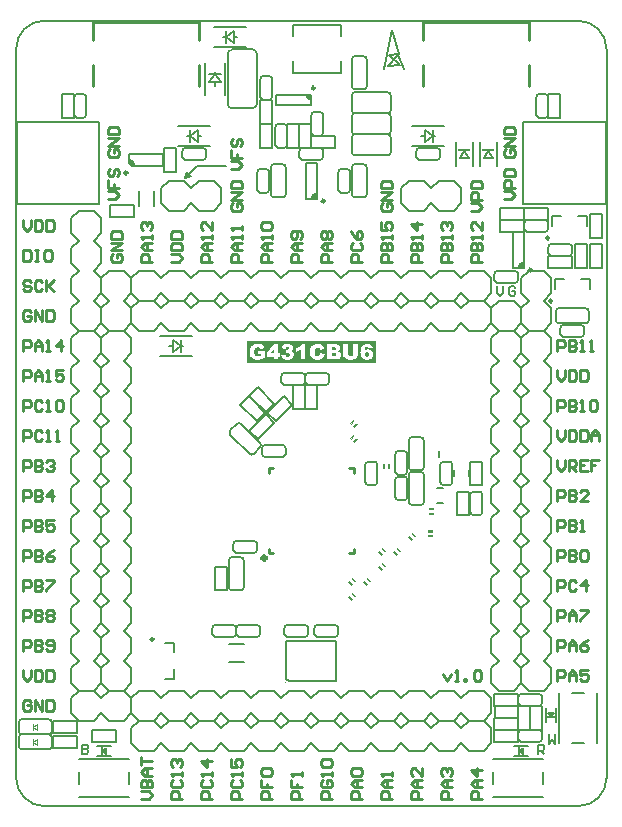
<source format=gto>
G04*
G04 #@! TF.GenerationSoftware,Altium Limited,Altium Designer,23.3.1 (30)*
G04*
G04 Layer_Color=65535*
%FSLAX25Y25*%
%MOIN*%
G70*
G04*
G04 #@! TF.SameCoordinates,D048E5A0-3BFD-467D-8461-715AC76033F9*
G04*
G04*
G04 #@! TF.FilePolarity,Positive*
G04*
G01*
G75*
%ADD10C,0.00984*%
%ADD11C,0.00500*%
%ADD12C,0.00787*%
%ADD13C,0.00394*%
%ADD14C,0.01500*%
%ADD15C,0.00800*%
%ADD16C,0.00591*%
%ADD17C,0.00600*%
%ADD18C,0.00590*%
%ADD19C,0.00100*%
%ADD20C,0.01000*%
%ADD21R,0.03150X0.00606*%
%ADD22R,0.00606X0.03150*%
%ADD23R,0.03937X0.00787*%
G36*
X99906Y237000D02*
X99512D01*
X98331Y238181D01*
Y238772D01*
X99906D01*
Y237000D01*
D02*
G37*
G36*
X41063Y215819D02*
Y215032D01*
X39783Y215524D01*
X39291Y217000D01*
X39882D01*
X41063Y215819D01*
D02*
G37*
G36*
X101772Y204095D02*
X100000D01*
Y204488D01*
X101181Y205669D01*
X101772D01*
Y204095D01*
D02*
G37*
G36*
X170772Y181095D02*
X169000D01*
Y181488D01*
X170181Y182669D01*
X170772D01*
Y181095D01*
D02*
G37*
G36*
X114035Y129884D02*
X113116Y128965D01*
X112869Y129212D01*
X113788Y130131D01*
X114035Y129884D01*
D02*
G37*
G36*
X115131Y128788D02*
X114212Y127869D01*
X113965Y128116D01*
X114884Y129035D01*
X115131Y128788D01*
D02*
G37*
G36*
X114035Y124884D02*
X113116Y123965D01*
X112869Y124212D01*
X113788Y125131D01*
X114035Y124884D01*
D02*
G37*
G36*
X115131Y123788D02*
X114212Y122869D01*
X113965Y123116D01*
X114884Y124035D01*
X115131Y123788D01*
D02*
G37*
G36*
X125950Y114350D02*
X125600D01*
Y115650D01*
X125950D01*
Y114350D01*
D02*
G37*
G36*
X124400Y115650D02*
Y114350D01*
X124050Y114350D01*
Y115650D01*
X124400Y115650D01*
D02*
G37*
G36*
X140650Y100600D02*
X139350D01*
X139350Y100950D01*
X140650D01*
X140650Y100600D01*
D02*
G37*
G36*
X140650Y99050D02*
X139350D01*
Y99400D01*
X140650D01*
Y99050D01*
D02*
G37*
G36*
X140150Y93100D02*
X138850D01*
X138850Y93450D01*
X140150D01*
X140150Y93100D01*
D02*
G37*
G36*
X140150Y91550D02*
X138850D01*
Y91900D01*
X140150D01*
Y91550D01*
D02*
G37*
G36*
X134631Y91712D02*
X134384Y91465D01*
X133465Y92384D01*
X133712Y92631D01*
X134631Y91712D01*
D02*
G37*
G36*
X133535Y90616D02*
X133288Y90369D01*
X132369Y91288D01*
X132616Y91535D01*
X133535Y90616D01*
D02*
G37*
G36*
X129631Y86712D02*
X129384Y86465D01*
X128465Y87384D01*
X128712Y87631D01*
X129631Y86712D01*
D02*
G37*
G36*
X124631D02*
X124384Y86465D01*
X123465Y87384D01*
X123712Y87631D01*
X124631Y86712D01*
D02*
G37*
G36*
X128535Y85616D02*
X128288Y85369D01*
X127369Y86288D01*
X127616Y86535D01*
X128535Y85616D01*
D02*
G37*
G36*
X123535D02*
X123288Y85369D01*
X122369Y86288D01*
X122616Y86535D01*
X123535Y85616D01*
D02*
G37*
G36*
X124631Y81712D02*
X124384Y81465D01*
X123465Y82384D01*
X123712Y82631D01*
X124631Y81712D01*
D02*
G37*
G36*
X123535Y80616D02*
X123288Y80369D01*
X122369Y81288D01*
X122616Y81535D01*
X123535Y80616D01*
D02*
G37*
G36*
X119631Y76712D02*
X119384Y76465D01*
X118465Y77384D01*
X118712Y77631D01*
X119631Y76712D01*
D02*
G37*
G36*
X114631D02*
X114384Y76465D01*
X113465Y77384D01*
X113712Y77631D01*
X114631Y76712D01*
D02*
G37*
G36*
X118535Y75616D02*
X118288Y75369D01*
X117369Y76288D01*
X117616Y76535D01*
X118535Y75616D01*
D02*
G37*
G36*
X113535D02*
X113288Y75369D01*
X112369Y76288D01*
X112616Y76535D01*
X113535Y75616D01*
D02*
G37*
G36*
X114631Y71712D02*
X114384Y71465D01*
X113465Y72384D01*
X113712Y72631D01*
X114631Y71712D01*
D02*
G37*
G36*
X113535Y70616D02*
X113288Y70369D01*
X112369Y71288D01*
X112616Y71535D01*
X113535Y70616D01*
D02*
G37*
G36*
X121500Y149250D02*
X78500D01*
Y156750D01*
X121500D01*
Y149250D01*
D02*
G37*
%LPC*%
G36*
X120581Y155620D02*
X116403D01*
X118582D01*
X118394Y155613D01*
X118221Y155592D01*
X118054Y155564D01*
X117902Y155523D01*
X117756Y155474D01*
X117624Y155419D01*
X117506Y155363D01*
X117395Y155301D01*
X117298Y155238D01*
X117215Y155183D01*
X117145Y155127D01*
X117083Y155078D01*
X117041Y155044D01*
X117007Y155009D01*
X116986Y154988D01*
X116979Y154981D01*
X116875Y154857D01*
X116791Y154711D01*
X116715Y154558D01*
X116646Y154398D01*
X116590Y154232D01*
X116542Y154065D01*
X116507Y153899D01*
X116472Y153739D01*
X116451Y153579D01*
X116430Y153441D01*
X116423Y153309D01*
X116410Y153191D01*
Y153101D01*
X116403Y153031D01*
Y152795D01*
X116417Y152636D01*
X116430Y152483D01*
X116444Y152337D01*
X116465Y152205D01*
X116486Y152081D01*
X116514Y151969D01*
X116542Y151865D01*
X116562Y151775D01*
X116590Y151692D01*
X116611Y151622D01*
X116632Y151567D01*
X116646Y151518D01*
X116659Y151491D01*
X116673Y151470D01*
Y151463D01*
X116729Y151359D01*
X116784Y151261D01*
X116847Y151178D01*
X116902Y151095D01*
X116965Y151019D01*
X117027Y150949D01*
X117145Y150838D01*
X117249Y150748D01*
X117298Y150713D01*
X117333Y150686D01*
X117367Y150665D01*
X117388Y150651D01*
X117402Y150637D01*
X117409D01*
X117499Y150595D01*
X117596Y150554D01*
X117791Y150491D01*
X117999Y150443D01*
X118193Y150415D01*
X118283Y150401D01*
X118367Y150394D01*
X118443Y150387D01*
X118506D01*
X118554Y150380D01*
X116403D01*
X120581D01*
X118630D01*
X118859Y150387D01*
X119061Y150415D01*
X119241Y150450D01*
X119317Y150463D01*
X119394Y150484D01*
X119456Y150505D01*
X119512Y150526D01*
X119560Y150540D01*
X119602Y150554D01*
X119637Y150567D01*
X119658Y150581D01*
X119671Y150588D01*
X119678D01*
X119831Y150679D01*
X119963Y150776D01*
X120074Y150880D01*
X120164Y150984D01*
X120240Y151074D01*
X120296Y151144D01*
X120310Y151171D01*
X120324Y151192D01*
X120338Y151206D01*
Y151213D01*
X120421Y151373D01*
X120476Y151532D01*
X120518Y151685D01*
X120553Y151831D01*
X120567Y151949D01*
X120574Y152004D01*
Y152046D01*
X120581Y152081D01*
Y152129D01*
X120574Y152268D01*
X120560Y152393D01*
X120539Y152518D01*
X120504Y152636D01*
X120469Y152740D01*
X120435Y152844D01*
X120386Y152934D01*
X120345Y153024D01*
X120303Y153101D01*
X120261Y153163D01*
X120220Y153226D01*
X120185Y153267D01*
X120150Y153309D01*
X120130Y153337D01*
X120116Y153350D01*
X120109Y153357D01*
X120018Y153441D01*
X119928Y153517D01*
X119831Y153579D01*
X119734Y153642D01*
X119637Y153684D01*
X119540Y153725D01*
X119449Y153760D01*
X119359Y153781D01*
X119283Y153802D01*
X119206Y153815D01*
X119137Y153829D01*
X119075Y153836D01*
X119033Y153843D01*
X118964D01*
X118839Y153836D01*
X118721Y153822D01*
X118617Y153802D01*
X118526Y153781D01*
X118450Y153760D01*
X118394Y153739D01*
X118360Y153725D01*
X118346Y153718D01*
X118249Y153670D01*
X118152Y153607D01*
X118068Y153545D01*
X117992Y153482D01*
X117923Y153427D01*
X117874Y153378D01*
X117846Y153350D01*
X117832Y153337D01*
X117846Y153482D01*
X117860Y153621D01*
X117874Y153739D01*
X117888Y153850D01*
X117909Y153947D01*
X117923Y154037D01*
X117943Y154114D01*
X117957Y154176D01*
X117971Y154239D01*
X117985Y154280D01*
X117999Y154322D01*
X118013Y154357D01*
X118020Y154378D01*
X118027Y154392D01*
X118034Y154405D01*
X118068Y154468D01*
X118110Y154523D01*
X118152Y154565D01*
X118193Y154607D01*
X118283Y154669D01*
X118374Y154711D01*
X118450Y154732D01*
X118512Y154745D01*
X118554Y154752D01*
X118568D01*
X118637Y154745D01*
X118700Y154732D01*
X118748Y154711D01*
X118797Y154690D01*
X118839Y154669D01*
X118866Y154648D01*
X118880Y154634D01*
X118887Y154627D01*
X118936Y154579D01*
X118971Y154516D01*
X119033Y154378D01*
X119047Y154315D01*
X119061Y154267D01*
X119075Y154232D01*
Y154218D01*
X120476Y154385D01*
X120428Y154530D01*
X120365Y154662D01*
X120310Y154780D01*
X120247Y154877D01*
X120199Y154961D01*
X120157Y155016D01*
X120130Y155051D01*
X120116Y155065D01*
X120025Y155162D01*
X119928Y155245D01*
X119831Y155315D01*
X119741Y155370D01*
X119658Y155419D01*
X119595Y155446D01*
X119546Y155467D01*
X119540Y155474D01*
X119533D01*
X119394Y155523D01*
X119241Y155557D01*
X119081Y155585D01*
X118929Y155599D01*
X118790Y155613D01*
X118735D01*
X118679Y155620D01*
X120581D01*
D02*
G37*
G36*
X82769Y155620D02*
X81994D01*
X81841Y155606D01*
X81703Y155599D01*
X81571Y155578D01*
X81446Y155564D01*
X81328Y155543D01*
X81224Y155516D01*
X81134Y155495D01*
X81050Y155474D01*
X80974Y155446D01*
X80911Y155426D01*
X80863Y155412D01*
X80821Y155391D01*
X80787Y155384D01*
X80773Y155370D01*
X80766D01*
X80648Y155307D01*
X80530Y155238D01*
X80426Y155169D01*
X80329Y155092D01*
X80238Y155016D01*
X80155Y154933D01*
X80079Y154856D01*
X80016Y154787D01*
X79954Y154718D01*
X79905Y154648D01*
X79857Y154593D01*
X79822Y154544D01*
X79794Y154496D01*
X79773Y154468D01*
X79766Y154447D01*
X79760Y154440D01*
X79697Y154322D01*
X79649Y154204D01*
X79600Y154079D01*
X79565Y153954D01*
X79503Y153718D01*
X79482Y153600D01*
X79461Y153489D01*
X79447Y153385D01*
X79440Y153295D01*
X79433Y153212D01*
X79426Y153135D01*
X79419Y153080D01*
Y153087D01*
Y150380D01*
Y152997D01*
X79426Y152851D01*
X79433Y152712D01*
X79468Y152441D01*
X79489Y152323D01*
X79517Y152205D01*
X79544Y152101D01*
X79579Y151997D01*
X79607Y151907D01*
X79635Y151831D01*
X79662Y151761D01*
X79683Y151706D01*
X79704Y151657D01*
X79718Y151622D01*
X79732Y151602D01*
Y151595D01*
X79794Y151484D01*
X79857Y151380D01*
X79926Y151289D01*
X80002Y151199D01*
X80072Y151116D01*
X80148Y151040D01*
X80217Y150977D01*
X80287Y150915D01*
X80356Y150859D01*
X80419Y150817D01*
X80474Y150776D01*
X80523Y150741D01*
X80558Y150720D01*
X80585Y150699D01*
X80606Y150692D01*
X80613Y150686D01*
X80724Y150630D01*
X80842Y150588D01*
X81085Y150512D01*
X81328Y150457D01*
X81564Y150422D01*
X81668Y150408D01*
X81772Y150394D01*
X81855Y150387D01*
X81932D01*
X81994Y150380D01*
X79419D01*
X84590D01*
D01*
X82084D01*
X82348Y150387D01*
X82591Y150408D01*
X82702Y150422D01*
X82813Y150436D01*
X82903Y150450D01*
X82994Y150463D01*
X83077Y150477D01*
X83146Y150491D01*
X83209Y150505D01*
X83257Y150519D01*
X83299Y150533D01*
X83334Y150540D01*
X83347Y150547D01*
X83354D01*
X83459Y150581D01*
X83563Y150623D01*
X83771Y150720D01*
X83979Y150824D01*
X84173Y150935D01*
X84263Y150984D01*
X84340Y151032D01*
X84409Y151074D01*
X84472Y151116D01*
X84520Y151151D01*
X84562Y151171D01*
X84583Y151185D01*
X84590Y151192D01*
Y153350D01*
X82168D01*
Y152296D01*
X83216D01*
Y151817D01*
X83105Y151754D01*
X83000Y151699D01*
X82903Y151657D01*
X82820Y151622D01*
X82751Y151595D01*
X82702Y151574D01*
X82674Y151567D01*
X82660Y151560D01*
X82480Y151518D01*
X82397Y151504D01*
X82320Y151497D01*
X82258D01*
X82209Y151491D01*
X82161D01*
X82057Y151497D01*
X81966Y151504D01*
X81793Y151546D01*
X81640Y151602D01*
X81522Y151664D01*
X81418Y151726D01*
X81349Y151782D01*
X81328Y151803D01*
X81307Y151824D01*
X81300Y151831D01*
X81293Y151838D01*
X81238Y151907D01*
X81196Y151990D01*
X81154Y152080D01*
X81120Y152171D01*
X81064Y152365D01*
X81029Y152559D01*
X81016Y152649D01*
X81002Y152733D01*
X80995Y152809D01*
Y152878D01*
X80988Y152934D01*
Y152976D01*
Y153004D01*
Y153010D01*
X80995Y153149D01*
X81002Y153281D01*
X81016Y153406D01*
X81037Y153517D01*
X81057Y153614D01*
X81085Y153711D01*
X81113Y153795D01*
X81141Y153871D01*
X81168Y153933D01*
X81196Y153989D01*
X81224Y154037D01*
X81245Y154072D01*
X81265Y154107D01*
X81279Y154128D01*
X81293Y154135D01*
Y154142D01*
X81356Y154204D01*
X81418Y154260D01*
X81481Y154308D01*
X81550Y154350D01*
X81689Y154412D01*
X81821Y154461D01*
X81939Y154482D01*
X81987Y154489D01*
X82036Y154496D01*
X82070Y154502D01*
X82119D01*
X82244Y154496D01*
X82355Y154482D01*
X82452Y154454D01*
X82535Y154426D01*
X82598Y154398D01*
X82647Y154371D01*
X82681Y154357D01*
X82688Y154350D01*
X82765Y154287D01*
X82834Y154218D01*
X82889Y154142D01*
X82931Y154072D01*
X82966Y154010D01*
X82987Y153961D01*
X83000Y153927D01*
X83007Y153913D01*
X84520Y154176D01*
X84465Y154350D01*
X84395Y154509D01*
X84326Y154648D01*
X84263Y154766D01*
X84201Y154863D01*
X84153Y154933D01*
X84132Y154954D01*
X84118Y154974D01*
X84104Y154981D01*
Y154988D01*
X83993Y155099D01*
X83882Y155203D01*
X83764Y155287D01*
X83653Y155349D01*
X83556Y155405D01*
X83479Y155439D01*
X83452Y155453D01*
X83431Y155460D01*
X83417Y155467D01*
X83410D01*
X83327Y155495D01*
X83236Y155516D01*
X83035Y155557D01*
X82827Y155585D01*
X82626Y155599D01*
X82529Y155606D01*
X82438Y155613D01*
X82362D01*
X82293Y155620D01*
X82769D01*
D02*
G37*
G36*
X104445D02*
X99511D01*
D01*
X102072D01*
X101849Y155613D01*
X101634Y155592D01*
X101440Y155557D01*
X101260Y155516D01*
X101086Y155460D01*
X100933Y155405D01*
X100788Y155342D01*
X100663Y155280D01*
X100552Y155217D01*
X100455Y155155D01*
X100371Y155099D01*
X100302Y155044D01*
X100246Y155002D01*
X100212Y154967D01*
X100184Y154947D01*
X100177Y154940D01*
X100059Y154808D01*
X99955Y154662D01*
X99872Y154509D01*
X99795Y154357D01*
X99726Y154197D01*
X99670Y154031D01*
X99629Y153878D01*
X99594Y153725D01*
X99566Y153579D01*
X99545Y153441D01*
X99532Y153323D01*
X99525Y153219D01*
X99518Y153128D01*
X99511Y153066D01*
Y153080D01*
Y153010D01*
X99518Y152837D01*
X99525Y152670D01*
X99545Y152518D01*
X99566Y152372D01*
X99601Y152233D01*
X99629Y152108D01*
X99663Y151990D01*
X99698Y151886D01*
X99733Y151789D01*
X99768Y151706D01*
X99802Y151629D01*
X99830Y151574D01*
X99851Y151525D01*
X99872Y151491D01*
X99879Y151470D01*
X99885Y151463D01*
X99962Y151352D01*
X100031Y151255D01*
X100108Y151157D01*
X100191Y151074D01*
X100267Y150998D01*
X100337Y150928D01*
X100413Y150866D01*
X100482Y150810D01*
X100545Y150769D01*
X100600Y150727D01*
X100656Y150692D01*
X100698Y150665D01*
X100739Y150644D01*
X100767Y150630D01*
X100781Y150616D01*
X100788D01*
X100892Y150575D01*
X100996Y150540D01*
X101225Y150477D01*
X101447Y150436D01*
X101662Y150408D01*
X101759Y150401D01*
X101849Y150394D01*
X101933Y150387D01*
X102002D01*
X102065Y150380D01*
X102141D01*
X102384Y150387D01*
X102502Y150401D01*
X102606Y150408D01*
X102703Y150429D01*
X102800Y150443D01*
X102884Y150457D01*
X102960Y150477D01*
X103029Y150498D01*
X103092Y150512D01*
X103140Y150533D01*
X103189Y150547D01*
X103224Y150554D01*
X103244Y150567D01*
X103258Y150575D01*
X103265D01*
X103425Y150658D01*
X103571Y150748D01*
X103696Y150845D01*
X103807Y150942D01*
X103890Y151026D01*
X103952Y151095D01*
X103980Y151123D01*
X103994Y151144D01*
X104008Y151151D01*
Y151157D01*
X104112Y151310D01*
X104202Y151477D01*
X104279Y151636D01*
X104341Y151789D01*
X104383Y151928D01*
X104403Y151983D01*
X104417Y152032D01*
X104431Y152074D01*
X104438Y152101D01*
X104445Y152122D01*
Y152129D01*
X103071Y152545D01*
X103029Y152372D01*
X102974Y152226D01*
X102918Y152101D01*
X102863Y151997D01*
X102814Y151914D01*
X102772Y151858D01*
X102745Y151824D01*
X102731Y151810D01*
X102634Y151726D01*
X102530Y151664D01*
X102419Y151622D01*
X102308Y151595D01*
X102203Y151574D01*
X102127Y151567D01*
X102092Y151560D01*
X102051D01*
X101968Y151567D01*
X101884Y151574D01*
X101745Y151609D01*
X101620Y151657D01*
X101516Y151713D01*
X101433Y151768D01*
X101378Y151817D01*
X101343Y151851D01*
X101329Y151865D01*
X101287Y151928D01*
X101246Y152004D01*
X101211Y152087D01*
X101183Y152178D01*
X101142Y152365D01*
X101114Y152559D01*
X101100Y152649D01*
X101093Y152733D01*
X101086Y152816D01*
Y152878D01*
X101079Y152941D01*
Y152983D01*
Y153010D01*
Y153017D01*
Y153142D01*
X101086Y153253D01*
X101100Y153364D01*
X101114Y153462D01*
X101128Y153552D01*
X101149Y153635D01*
X101169Y153704D01*
X101190Y153774D01*
X101204Y153829D01*
X101225Y153878D01*
X101246Y153920D01*
X101260Y153954D01*
X101274Y153982D01*
X101287Y154003D01*
X101294Y154010D01*
Y154017D01*
X101350Y154093D01*
X101412Y154156D01*
X101475Y154218D01*
X101544Y154267D01*
X101613Y154308D01*
X101676Y154343D01*
X101808Y154392D01*
X101933Y154426D01*
X101981Y154433D01*
X102023Y154440D01*
X102065Y154447D01*
X102113D01*
X102197Y154440D01*
X102280Y154433D01*
X102349Y154419D01*
X102412Y154398D01*
X102467Y154378D01*
X102502Y154364D01*
X102530Y154357D01*
X102537Y154350D01*
X102606Y154308D01*
X102668Y154267D01*
X102724Y154218D01*
X102772Y154176D01*
X102814Y154135D01*
X102842Y154100D01*
X102856Y154079D01*
X102863Y154072D01*
X102891Y154024D01*
X102918Y153975D01*
X102967Y153864D01*
X102988Y153808D01*
X103001Y153767D01*
X103015Y153739D01*
Y153732D01*
X104396Y154037D01*
X104341Y154183D01*
X104285Y154322D01*
X104223Y154447D01*
X104154Y154565D01*
X104084Y154669D01*
X104022Y154766D01*
X103952Y154856D01*
X103883Y154940D01*
X103821Y155009D01*
X103765Y155065D01*
X103716Y155120D01*
X103668Y155155D01*
X103633Y155190D01*
X103605Y155210D01*
X103585Y155224D01*
X103578Y155231D01*
X103473Y155301D01*
X103356Y155363D01*
X103237Y155412D01*
X103113Y155453D01*
X102863Y155523D01*
X102620Y155571D01*
X102509Y155585D01*
X102405Y155599D01*
X102308Y155606D01*
X102231Y155613D01*
X102162Y155620D01*
X104445D01*
D02*
G37*
G36*
X92120D02*
X92023D01*
X91863Y155613D01*
X91717Y155606D01*
X91578Y155592D01*
X91453Y155564D01*
X91329Y155543D01*
X91217Y155516D01*
X91120Y155481D01*
X91030Y155453D01*
X90947Y155419D01*
X90877Y155391D01*
X90822Y155356D01*
X90773Y155335D01*
X90732Y155315D01*
X90704Y155294D01*
X90690Y155287D01*
X90683Y155280D01*
X90600Y155210D01*
X90523Y155141D01*
X90385Y154981D01*
X90274Y154822D01*
X90190Y154662D01*
X90128Y154523D01*
X90100Y154461D01*
X90086Y154405D01*
X90072Y154364D01*
X90058Y154329D01*
X90052Y154308D01*
Y154301D01*
X91384Y154065D01*
X91412Y154197D01*
X91439Y154308D01*
X91474Y154398D01*
X91509Y154468D01*
X91544Y154523D01*
X91564Y154565D01*
X91585Y154586D01*
X91592Y154593D01*
X91655Y154641D01*
X91724Y154683D01*
X91793Y154711D01*
X91856Y154725D01*
X91911Y154738D01*
X91960Y154745D01*
X92002D01*
X92085Y154738D01*
X92161Y154725D01*
X92231Y154704D01*
X92286Y154676D01*
X92328Y154648D01*
X92356Y154627D01*
X92376Y154614D01*
X92383Y154607D01*
X92432Y154551D01*
X92467Y154489D01*
X92488Y154426D01*
X92508Y154371D01*
X92515Y154322D01*
X92522Y154280D01*
Y154246D01*
Y154239D01*
X92515Y154149D01*
X92494Y154072D01*
X92460Y154003D01*
X92432Y153940D01*
X92397Y153892D01*
X92362Y153850D01*
X92342Y153829D01*
X92335Y153822D01*
X92258Y153767D01*
X92182Y153725D01*
X92106Y153691D01*
X92029Y153670D01*
X91967Y153656D01*
X91918Y153649D01*
X91814D01*
X91759Y153656D01*
X91731D01*
X91710Y153663D01*
X91689D01*
X91620Y152656D01*
X91724Y152684D01*
X91807Y152705D01*
X91891Y152719D01*
X91953Y152733D01*
X92002D01*
X92043Y152740D01*
X92071D01*
X92182Y152733D01*
X92279Y152712D01*
X92362Y152677D01*
X92432Y152643D01*
X92488Y152608D01*
X92529Y152573D01*
X92557Y152552D01*
X92564Y152545D01*
X92626Y152469D01*
X92675Y152379D01*
X92703Y152289D01*
X92730Y152198D01*
X92744Y152122D01*
X92751Y152053D01*
Y152011D01*
Y152004D01*
Y151997D01*
X92744Y151872D01*
X92723Y151761D01*
X92689Y151671D01*
X92654Y151588D01*
X92619Y151525D01*
X92585Y151484D01*
X92564Y151449D01*
X92557Y151442D01*
X92480Y151373D01*
X92404Y151324D01*
X92328Y151289D01*
X92251Y151268D01*
X92182Y151255D01*
X92133Y151241D01*
X92085D01*
X91988Y151248D01*
X91904Y151268D01*
X91828Y151289D01*
X91759Y151324D01*
X91710Y151352D01*
X91676Y151373D01*
X91648Y151393D01*
X91641Y151400D01*
X91578Y151477D01*
X91530Y151560D01*
X91481Y151657D01*
X91447Y151761D01*
X91419Y151845D01*
X91398Y151921D01*
X91391Y151949D01*
Y151969D01*
X91384Y151983D01*
Y151990D01*
X89975Y151803D01*
X90031Y151636D01*
X90093Y151484D01*
X90156Y151345D01*
X90218Y151234D01*
X90274Y151137D01*
X90322Y151067D01*
X90336Y151046D01*
X90350Y151026D01*
X90364Y151019D01*
Y151012D01*
X90468Y150901D01*
X90579Y150803D01*
X90690Y150727D01*
X90794Y150658D01*
X90884Y150609D01*
X90961Y150567D01*
X90988Y150554D01*
X91009Y150547D01*
X91016Y150540D01*
X91023D01*
X91183Y150484D01*
X91363Y150450D01*
X91550Y150422D01*
X91724Y150401D01*
X91807Y150394D01*
X91877Y150387D01*
X91946D01*
X92009Y150380D01*
X89975D01*
D01*
X94167D01*
X92120D01*
X92370Y150387D01*
X92488Y150401D01*
X92598Y150415D01*
X92696Y150429D01*
X92793Y150450D01*
X92883Y150470D01*
X92959Y150491D01*
X93029Y150505D01*
X93091Y150526D01*
X93140Y150547D01*
X93188Y150561D01*
X93223Y150575D01*
X93244Y150588D01*
X93258Y150595D01*
X93265D01*
X93417Y150686D01*
X93556Y150790D01*
X93667Y150894D01*
X93764Y150991D01*
X93834Y151081D01*
X93889Y151151D01*
X93910Y151178D01*
X93917Y151199D01*
X93931Y151213D01*
Y151220D01*
X94007Y151373D01*
X94070Y151525D01*
X94111Y151671D01*
X94139Y151803D01*
X94153Y151914D01*
X94160Y151955D01*
X94167Y151997D01*
Y152074D01*
X94160Y152198D01*
X94146Y152316D01*
X94118Y152420D01*
X94098Y152511D01*
X94070Y152580D01*
X94042Y152636D01*
X94028Y152663D01*
X94021Y152677D01*
X93966Y152768D01*
X93903Y152851D01*
X93841Y152920D01*
X93778Y152983D01*
X93716Y153031D01*
X93674Y153066D01*
X93646Y153087D01*
X93633Y153094D01*
X93570Y153128D01*
X93494Y153163D01*
X93417Y153191D01*
X93348Y153212D01*
X93286Y153233D01*
X93230Y153246D01*
X93195Y153260D01*
X93181D01*
X93313Y153337D01*
X93424Y153420D01*
X93515Y153496D01*
X93591Y153566D01*
X93653Y153628D01*
X93695Y153684D01*
X93723Y153711D01*
X93730Y153725D01*
X93792Y153829D01*
X93834Y153933D01*
X93868Y154031D01*
X93889Y154121D01*
X93903Y154204D01*
X93910Y154267D01*
Y154308D01*
Y154315D01*
Y154322D01*
X93903Y154426D01*
X93889Y154523D01*
X93868Y154614D01*
X93841Y154704D01*
X93771Y154856D01*
X93688Y154995D01*
X93646Y155051D01*
X93605Y155099D01*
X93570Y155141D01*
X93535Y155183D01*
X93508Y155210D01*
X93487Y155231D01*
X93473Y155238D01*
X93466Y155245D01*
X93376Y155315D01*
X93279Y155370D01*
X93168Y155419D01*
X93056Y155460D01*
X92814Y155530D01*
X92578Y155571D01*
X92467Y155592D01*
X92362Y155599D01*
X92265Y155606D01*
X92189Y155613D01*
X92120Y155620D01*
D02*
G37*
G36*
X84590Y153364D02*
Y153350D01*
D01*
Y153364D01*
D02*
G37*
G36*
X89580Y155620D02*
Y152504D01*
X88941D01*
Y155620D01*
X87713D01*
X85145Y152566D01*
Y151407D01*
X87713D01*
Y150463D01*
X85145D01*
X89580D01*
Y155620D01*
D02*
G37*
G36*
X115584Y155537D02*
X114022D01*
Y152441D01*
X114015Y152296D01*
X113988Y152164D01*
X113946Y152053D01*
X113904Y151962D01*
X113863Y151893D01*
X113821Y151838D01*
X113793Y151810D01*
X113786Y151796D01*
X113696Y151720D01*
X113592Y151664D01*
X113481Y151622D01*
X113384Y151595D01*
X113287Y151581D01*
X113217Y151574D01*
X113189Y151567D01*
X113148D01*
X113002Y151574D01*
X112877Y151602D01*
X112766Y151636D01*
X112676Y151685D01*
X112607Y151726D01*
X112551Y151761D01*
X112523Y151789D01*
X112509Y151796D01*
X112433Y151893D01*
X112378Y151997D01*
X112336Y152101D01*
X112308Y152205D01*
X112294Y152303D01*
X112287Y152372D01*
X112280Y152400D01*
Y152420D01*
Y152434D01*
Y152441D01*
Y155537D01*
X113151D01*
X110719D01*
Y150380D01*
Y152511D01*
X110726Y152365D01*
X110740Y152219D01*
X110760Y152074D01*
X110788Y151942D01*
X110816Y151831D01*
X110823Y151782D01*
X110837Y151740D01*
X110844Y151706D01*
X110851Y151678D01*
X110858Y151664D01*
Y151657D01*
X110899Y151546D01*
X110948Y151435D01*
X111003Y151338D01*
X111059Y151248D01*
X111108Y151171D01*
X111149Y151116D01*
X111184Y151081D01*
X111191Y151067D01*
X111288Y150970D01*
X111378Y150880D01*
X111475Y150810D01*
X111559Y150748D01*
X111628Y150692D01*
X111683Y150658D01*
X111718Y150637D01*
X111732Y150630D01*
X111850Y150575D01*
X111975Y150533D01*
X112093Y150498D01*
X112211Y150470D01*
X112315Y150450D01*
X112398Y150436D01*
X112426D01*
X112447Y150429D01*
X112468D01*
X112627Y150415D01*
X112780Y150401D01*
X112912Y150394D01*
X113037Y150387D01*
X113134Y150380D01*
X113273D01*
X113509Y150387D01*
X113717Y150408D01*
X113904Y150436D01*
X113988Y150450D01*
X114064Y150463D01*
X114133Y150477D01*
X114196Y150491D01*
X114244Y150505D01*
X114286Y150519D01*
X114321Y150533D01*
X114348Y150540D01*
X114362Y150547D01*
X114369D01*
X114494Y150595D01*
X114612Y150665D01*
X114716Y150727D01*
X114813Y150797D01*
X114890Y150866D01*
X114952Y150915D01*
X114987Y150949D01*
X115001Y150963D01*
X115105Y151081D01*
X115195Y151199D01*
X115271Y151317D01*
X115334Y151428D01*
X115376Y151518D01*
X115410Y151595D01*
X115424Y151622D01*
X115431Y151643D01*
X115438Y151657D01*
Y151664D01*
X115487Y151817D01*
X115521Y151969D01*
X115549Y152108D01*
X115563Y152240D01*
X115577Y152351D01*
Y152393D01*
X115584Y152434D01*
Y155537D01*
D02*
G37*
G36*
X109900D02*
X105209Y155537D01*
Y150463D01*
X109900Y150463D01*
Y151900D01*
X109886Y152074D01*
X109858Y152233D01*
X109817Y152365D01*
X109768Y152483D01*
X109720Y152580D01*
X109678Y152649D01*
X109664Y152670D01*
X109650Y152691D01*
X109636Y152698D01*
Y152705D01*
X109525Y152816D01*
X109400Y152913D01*
X109268Y152990D01*
X109143Y153052D01*
X109026Y153101D01*
X108970Y153114D01*
X108928Y153128D01*
X108887Y153142D01*
X108859Y153149D01*
X108845Y153156D01*
X108838D01*
X108963Y153205D01*
X109074Y153260D01*
X109164Y153316D01*
X109241Y153371D01*
X109303Y153420D01*
X109345Y153462D01*
X109372Y153489D01*
X109379Y153496D01*
X109477Y153621D01*
X109546Y153753D01*
X109595Y153885D01*
X109629Y154003D01*
X109650Y154107D01*
X109657Y154156D01*
Y154190D01*
X109664Y154225D01*
Y154246D01*
Y154260D01*
Y154267D01*
X109657Y154364D01*
X109650Y154461D01*
X109629Y154551D01*
X109601Y154634D01*
X109539Y154787D01*
X109470Y154919D01*
X109393Y155023D01*
X109359Y155072D01*
X109331Y155106D01*
X109303Y155134D01*
X109282Y155155D01*
X109275Y155162D01*
X109268Y155169D01*
X109192Y155231D01*
X109109Y155294D01*
X109019Y155342D01*
X108928Y155384D01*
X108741Y155446D01*
X108561Y155488D01*
X108477Y155509D01*
X108394Y155516D01*
X108325Y155523D01*
X108262Y155530D01*
X108213Y155537D01*
X109900D01*
D02*
G37*
G36*
X97935Y155620D02*
X96769D01*
X96679Y155446D01*
X96575Y155294D01*
X96471Y155155D01*
X96374Y155037D01*
X96284Y154947D01*
X96207Y154870D01*
X96187Y154850D01*
X96166Y154829D01*
X96152Y154822D01*
X96145Y154815D01*
X96069Y154752D01*
X95985Y154697D01*
X95805Y154593D01*
X95617Y154496D01*
X95444Y154412D01*
X95361Y154378D01*
X95284Y154350D01*
X95215Y154322D01*
X95152Y154301D01*
X95104Y154280D01*
X95069Y154273D01*
X95041Y154260D01*
X95034D01*
Y153108D01*
X95208Y153163D01*
X95368Y153219D01*
X95499Y153267D01*
X95617Y153316D01*
X95714Y153357D01*
X95784Y153385D01*
X95805Y153399D01*
X95826Y153406D01*
X95833Y153413D01*
X95840D01*
X95964Y153482D01*
X96082Y153552D01*
X96193Y153621D01*
X96298Y153691D01*
X96388Y153746D01*
X96450Y153795D01*
X96478Y153808D01*
X96499Y153822D01*
X96506Y153836D01*
X96513D01*
Y150463D01*
X95034D01*
D01*
X97935D01*
Y155620D01*
D02*
G37*
%LPD*%
G36*
X118672Y152962D02*
X118769Y152934D01*
X118852Y152899D01*
X118922Y152858D01*
X118977Y152809D01*
X119019Y152775D01*
X119047Y152747D01*
X119054Y152740D01*
X119116Y152649D01*
X119165Y152545D01*
X119200Y152441D01*
X119227Y152337D01*
X119241Y152240D01*
X119248Y152164D01*
Y152136D01*
Y152115D01*
Y152101D01*
Y152094D01*
X119241Y151949D01*
X119220Y151824D01*
X119186Y151713D01*
X119158Y151629D01*
X119123Y151560D01*
X119088Y151511D01*
X119068Y151477D01*
X119061Y151470D01*
X118984Y151400D01*
X118908Y151352D01*
X118832Y151310D01*
X118755Y151289D01*
X118693Y151275D01*
X118644Y151268D01*
X118610Y151261D01*
X118596D01*
X118485Y151268D01*
X118387Y151296D01*
X118297Y151331D01*
X118228Y151380D01*
X118166Y151421D01*
X118117Y151456D01*
X118089Y151484D01*
X118082Y151491D01*
X118013Y151581D01*
X117964Y151685D01*
X117923Y151796D01*
X117902Y151893D01*
X117888Y151990D01*
X117881Y152060D01*
X117874Y152087D01*
Y152108D01*
Y152122D01*
Y152129D01*
X117881Y152275D01*
X117909Y152393D01*
X117936Y152504D01*
X117978Y152587D01*
X118013Y152656D01*
X118047Y152705D01*
X118068Y152740D01*
X118075Y152747D01*
X118152Y152823D01*
X118235Y152879D01*
X118318Y152913D01*
X118394Y152941D01*
X118464Y152955D01*
X118519Y152969D01*
X118568D01*
X118672Y152962D01*
D02*
G37*
G36*
X87713Y152504D02*
X86352D01*
X87713Y154100D01*
Y152504D01*
D02*
G37*
G36*
X89580Y150463D02*
X88941D01*
Y151407D01*
X89580D01*
Y150463D01*
D02*
G37*
G36*
X107610Y154502D02*
X107714Y154489D01*
X107797Y154468D01*
X107867Y154447D01*
X107922Y154426D01*
X107957Y154405D01*
X107977Y154392D01*
X107984Y154385D01*
X108033Y154336D01*
X108068Y154280D01*
X108096Y154218D01*
X108109Y154163D01*
X108123Y154114D01*
X108130Y154072D01*
Y154044D01*
Y154037D01*
X108123Y153954D01*
X108109Y153878D01*
X108082Y153815D01*
X108061Y153760D01*
X108033Y153725D01*
X108005Y153691D01*
X107991Y153677D01*
X107984Y153670D01*
X107922Y153628D01*
X107846Y153600D01*
X107755Y153573D01*
X107672Y153559D01*
X107596Y153552D01*
X107533Y153545D01*
X106791Y153545D01*
Y154509D01*
X107485Y154509D01*
X107610Y154502D01*
D02*
G37*
G36*
X107735Y152573D02*
X107853Y152559D01*
X107950Y152539D01*
X108033Y152511D01*
X108089Y152483D01*
X108130Y152462D01*
X108158Y152448D01*
X108165Y152441D01*
X108220Y152386D01*
X108262Y152323D01*
X108290Y152268D01*
X108311Y152212D01*
X108325Y152157D01*
X108332Y152115D01*
Y152087D01*
Y152081D01*
X108325Y151997D01*
X108304Y151921D01*
X108276Y151851D01*
X108248Y151796D01*
X108220Y151754D01*
X108193Y151720D01*
X108172Y151699D01*
X108165Y151692D01*
X108096Y151643D01*
X108005Y151609D01*
X107908Y151588D01*
X107818Y151574D01*
X107728Y151560D01*
X107658Y151553D01*
X106791Y151553D01*
Y152580D01*
X107589Y152580D01*
X107735Y152573D01*
D02*
G37*
G36*
X109900Y150463D02*
X107998D01*
X108096Y150470D01*
X108213Y150484D01*
X108332Y150498D01*
X108442Y150505D01*
X108491Y150512D01*
X108533Y150519D01*
X108567D01*
X108595Y150526D01*
X108616D01*
X108755Y150547D01*
X108880Y150575D01*
X108977Y150602D01*
X109060Y150630D01*
X109130Y150658D01*
X109178Y150672D01*
X109206Y150686D01*
X109213Y150692D01*
X109324Y150769D01*
X109428Y150852D01*
X109511Y150935D01*
X109581Y151012D01*
X109636Y151081D01*
X109678Y151144D01*
X109706Y151178D01*
X109713Y151192D01*
X109775Y151317D01*
X109824Y151435D01*
X109851Y151560D01*
X109879Y151664D01*
X109893Y151761D01*
X109900Y151838D01*
Y150463D01*
D02*
G37*
D10*
X47465Y57185D02*
G03*
X47465Y57185I-492J0D01*
G01*
X173429Y180307D02*
G03*
X173429Y180307I-492J0D01*
G01*
X180307Y169972D02*
G03*
X180307Y169972I-492J0D01*
G01*
X179307Y190972D02*
G03*
X179307Y190972I-492J0D01*
G01*
X104429Y203307D02*
G03*
X104429Y203307I-492J0D01*
G01*
X101185Y240937D02*
G03*
X101185Y240937I-492J0D01*
G01*
X38701Y212669D02*
G03*
X38701Y212669I-492J0D01*
G01*
D11*
X13500Y24500D02*
G03*
X12500Y25500I-1000J0D01*
G01*
X3500D02*
G03*
X2500Y24500I0J-1000D01*
G01*
Y21500D02*
G03*
X3500Y20500I1000J0D01*
G01*
X12500D02*
G03*
X13500Y21500I0J1000D01*
G01*
X12500Y25500D02*
G03*
X13500Y26500I0J1000D01*
G01*
X2500D02*
G03*
X3500Y25500I1000J0D01*
G01*
Y30500D02*
G03*
X2500Y29500I0J-1000D01*
G01*
X13500D02*
G03*
X12500Y30500I-1000J0D01*
G01*
X170047Y38969D02*
G03*
X169063Y37984I0J-984D01*
G01*
X176937D02*
G03*
X175953Y38969I-984J0D01*
G01*
Y35032D02*
G03*
X176937Y36016I0J984D01*
G01*
X169063D02*
G03*
X170047Y35032I984J0D01*
G01*
X183063Y159016D02*
G03*
X184047Y158031I984J0D01*
G01*
X189953D02*
G03*
X190937Y159016I0J984D01*
G01*
Y160984D02*
G03*
X189953Y161969I-984J0D01*
G01*
X184047D02*
G03*
X183063Y160984I0J-984D01*
G01*
X179063Y186016D02*
G03*
X180047Y185031I984J0D01*
G01*
X185953D02*
G03*
X186937Y186016I0J984D01*
G01*
Y187984D02*
G03*
X185953Y188969I-984J0D01*
G01*
X180047D02*
G03*
X179063Y187984I0J-984D01*
G01*
X191500Y162500D02*
G03*
X192500Y163500I0J1000D01*
G01*
Y166500D02*
G03*
X191500Y167500I-1000J0D01*
G01*
X182500D02*
G03*
X181500Y166500I0J-1000D01*
G01*
Y163500D02*
G03*
X182500Y162500I1000J0D01*
G01*
X168937Y178984D02*
G03*
X167953Y179969I-984J0D01*
G01*
X162047D02*
G03*
X161063Y178984I0J-984D01*
G01*
Y177016D02*
G03*
X162047Y176031I984J0D01*
G01*
X167953D02*
G03*
X168937Y177016I0J984D01*
G01*
X178937Y195984D02*
G03*
X177953Y196968I-984J0D01*
G01*
X172047D02*
G03*
X171063Y195984I0J-984D01*
G01*
Y194016D02*
G03*
X172047Y193032I984J0D01*
G01*
X177953D02*
G03*
X178937Y194016I0J984D01*
G01*
X135063Y218016D02*
G03*
X136047Y217032I984J0D01*
G01*
X141953D02*
G03*
X142937Y218016I0J984D01*
G01*
Y219984D02*
G03*
X141953Y220969I-984J0D01*
G01*
X136047D02*
G03*
X135063Y219984I0J-984D01*
G01*
X85969Y212953D02*
G03*
X84984Y213937I-984J0D01*
G01*
Y206063D02*
G03*
X85969Y207047I0J984D01*
G01*
X82032D02*
G03*
X83016Y206063I984J0D01*
G01*
Y213937D02*
G03*
X82032Y212953I0J-984D01*
G01*
X117500Y240500D02*
G03*
X118500Y241500I0J1000D01*
G01*
X113500D02*
G03*
X114500Y240500I1000J0D01*
G01*
Y251500D02*
G03*
X113500Y250500I0J-1000D01*
G01*
X118500D02*
G03*
X117500Y251500I-1000J0D01*
G01*
X114500Y225500D02*
G03*
X113500Y224500I0J-1000D01*
G01*
Y219500D02*
G03*
X114500Y218500I1000J0D01*
G01*
X125500D02*
G03*
X126500Y219500I0J1000D01*
G01*
Y224500D02*
G03*
X125500Y225500I-1000J0D01*
G01*
X91969Y227953D02*
G03*
X90984Y228937I-984J0D01*
G01*
Y221063D02*
G03*
X91969Y222047I0J984D01*
G01*
X88032D02*
G03*
X89016Y221063I984J0D01*
G01*
Y228937D02*
G03*
X88032Y227953I0J-984D01*
G01*
X118500Y214500D02*
G03*
X117500Y215500I-1000J0D01*
G01*
X114500D02*
G03*
X113500Y214500I0J-1000D01*
G01*
Y205500D02*
G03*
X114500Y204500I1000J0D01*
G01*
X117500D02*
G03*
X118500Y205500I0J1000D01*
G01*
X112969Y212953D02*
G03*
X111984Y213937I-984J0D01*
G01*
Y206063D02*
G03*
X112969Y207047I0J984D01*
G01*
X109031D02*
G03*
X110016Y206063I984J0D01*
G01*
Y213937D02*
G03*
X109031Y212953I0J-984D01*
G01*
X90500Y204500D02*
G03*
X91500Y205500I0J1000D01*
G01*
X86500D02*
G03*
X87500Y204500I1000J0D01*
G01*
Y215500D02*
G03*
X86500Y214500I0J-1000D01*
G01*
X91500D02*
G03*
X90500Y215500I-1000J0D01*
G01*
X113500Y233500D02*
G03*
X114500Y232500I1000J0D01*
G01*
Y239500D02*
G03*
X113500Y238500I0J-1000D01*
G01*
X126500D02*
G03*
X125500Y239500I-1000J0D01*
G01*
Y232500D02*
G03*
X126500Y233500I0J1000D01*
G01*
X113500Y226500D02*
G03*
X114500Y225500I1000J0D01*
G01*
Y232500D02*
G03*
X113500Y231500I0J-1000D01*
G01*
X126500D02*
G03*
X125500Y232500I-1000J0D01*
G01*
Y225500D02*
G03*
X126500Y226500I0J1000D01*
G01*
X76500Y73500D02*
G03*
X77500Y74500I0J1000D01*
G01*
X72500D02*
G03*
X73500Y73500I1000J0D01*
G01*
X73500Y84500D02*
G03*
X72500Y83500I0J-1000D01*
G01*
X77500D02*
G03*
X76500Y84500I-1000J0D01*
G01*
X101016Y232937D02*
G03*
X100031Y231953I0J-984D01*
G01*
Y226047D02*
G03*
X101016Y225063I984J0D01*
G01*
X102984D02*
G03*
X103969Y226047I0J984D01*
G01*
Y231953D02*
G03*
X102984Y232937I-984J0D01*
G01*
X178969Y237953D02*
G03*
X177984Y238937I-984J0D01*
G01*
Y231063D02*
G03*
X178969Y232047I0J984D01*
G01*
X175031D02*
G03*
X176016Y231063I984J0D01*
G01*
Y238937D02*
G03*
X175031Y237953I0J-984D01*
G01*
X80434Y234200D02*
G03*
X81800Y235566I0J1366D01*
G01*
X73566Y253800D02*
G03*
X72200Y252434I0J-1366D01*
G01*
Y235566D02*
G03*
X73566Y234200I1366J0D01*
G01*
X81800Y252434D02*
G03*
X80434Y253800I-1366J0D01*
G01*
X83031Y238047D02*
G03*
X84016Y237063I984J0D01*
G01*
Y244937D02*
G03*
X83031Y243953I0J-984D01*
G01*
X86968D02*
G03*
X85984Y244937I-984J0D01*
G01*
Y237063D02*
G03*
X86968Y238047I0J984D01*
G01*
X120984Y108563D02*
G03*
X121968Y109547I0J984D01*
G01*
Y115453D02*
G03*
X120984Y116437I-984J0D01*
G01*
X119016D02*
G03*
X118032Y115453I0J-984D01*
G01*
Y109547D02*
G03*
X119016Y108563I984J0D01*
G01*
X130984Y112063D02*
G03*
X131968Y113047I0J984D01*
G01*
Y118953D02*
G03*
X130984Y119937I-984J0D01*
G01*
X129016D02*
G03*
X128032Y118953I0J-984D01*
G01*
Y113047D02*
G03*
X129016Y112063I984J0D01*
G01*
X131968Y110453D02*
G03*
X130984Y111437I-984J0D01*
G01*
Y103563D02*
G03*
X131968Y104547I0J984D01*
G01*
X128032D02*
G03*
X129016Y103563I984J0D01*
G01*
Y111437D02*
G03*
X128032Y110453I0J-984D01*
G01*
X132500Y103000D02*
G03*
X133500Y102000I1000J0D01*
G01*
X136500D02*
G03*
X137500Y103000I0J1000D01*
G01*
Y112000D02*
G03*
X136500Y113000I-1000J0D01*
G01*
X133500D02*
G03*
X132500Y112000I0J-1000D01*
G01*
X137500Y123500D02*
G03*
X136500Y124500I-1000J0D01*
G01*
X133500D02*
G03*
X132500Y123500I0J-1000D01*
G01*
Y114500D02*
G03*
X133500Y113500I1000J0D01*
G01*
X136500D02*
G03*
X137500Y114500I0J1000D01*
G01*
X76586Y128950D02*
G03*
X75172Y128950I-707J-707D01*
G01*
X73050Y126828D02*
G03*
X73050Y125414I707J-707D01*
G01*
X79414Y119050D02*
G03*
X80828Y119050I707J707D01*
G01*
X82950Y121172D02*
G03*
X82950Y122586I-707J707D01*
G01*
X81953Y58031D02*
G03*
X82937Y59016I0J984D01*
G01*
X75063D02*
G03*
X76047Y58031I984J0D01*
G01*
Y61968D02*
G03*
X75063Y60984I0J-984D01*
G01*
X82937D02*
G03*
X81953Y61968I-984J0D01*
G01*
X68047D02*
G03*
X67063Y60984I0J-984D01*
G01*
X74937D02*
G03*
X73953Y61968I-984J0D01*
G01*
Y58031D02*
G03*
X74937Y59016I0J984D01*
G01*
X67063D02*
G03*
X68047Y58031I984J0D01*
G01*
X107953D02*
G03*
X108937Y59016I0J984D01*
G01*
X101063D02*
G03*
X102047Y58031I984J0D01*
G01*
Y61968D02*
G03*
X101063Y60984I0J-984D01*
G01*
X108937D02*
G03*
X107953Y61968I-984J0D01*
G01*
X92047D02*
G03*
X91063Y60984I0J-984D01*
G01*
X98937D02*
G03*
X97953Y61968I-984J0D01*
G01*
Y58031D02*
G03*
X98937Y59016I0J984D01*
G01*
X91063D02*
G03*
X92047Y58031I984J0D01*
G01*
X104953Y142032D02*
G03*
X105937Y143016I0J984D01*
G01*
X98063D02*
G03*
X99047Y142032I984J0D01*
G01*
Y145968D02*
G03*
X98063Y144984I0J-984D01*
G01*
X105937D02*
G03*
X104953Y145968I-984J0D01*
G01*
X96953Y142032D02*
G03*
X97937Y143016I0J984D01*
G01*
X90063D02*
G03*
X91047Y142032I984J0D01*
G01*
Y145968D02*
G03*
X90063Y144984I0J-984D01*
G01*
X97937D02*
G03*
X96953Y145968I-984J0D01*
G01*
X83563Y119016D02*
G03*
X84547Y118032I984J0D01*
G01*
X90453D02*
G03*
X91437Y119016I0J984D01*
G01*
Y120984D02*
G03*
X90453Y121968I-984J0D01*
G01*
X84547D02*
G03*
X83563Y120984I0J-984D01*
G01*
X81937Y88984D02*
G03*
X80953Y89969I-984J0D01*
G01*
X75047D02*
G03*
X74063Y88984I0J-984D01*
G01*
Y87016D02*
G03*
X75047Y86032I984J0D01*
G01*
X80953D02*
G03*
X81937Y87016I0J984D01*
G01*
X102953Y217032D02*
G03*
X103937Y218016I0J984D01*
G01*
X96063D02*
G03*
X97047Y217032I984J0D01*
G01*
Y220969D02*
G03*
X96063Y219984I0J-984D01*
G01*
X103937D02*
G03*
X102953Y220969I-984J0D01*
G01*
X169063Y24016D02*
G03*
X170047Y23031I984J0D01*
G01*
X175953D02*
G03*
X176937Y24016I0J984D01*
G01*
Y25984D02*
G03*
X175953Y26969I-984J0D01*
G01*
X170047D02*
G03*
X169063Y25984I0J-984D01*
G01*
X64937Y219984D02*
G03*
X63953Y220969I-984J0D01*
G01*
X58047D02*
G03*
X57063Y219984I0J-984D01*
G01*
Y218016D02*
G03*
X58047Y217032I984J0D01*
G01*
X63953D02*
G03*
X64937Y218016I0J984D01*
G01*
X156968Y105453D02*
G03*
X155984Y106437I-984J0D01*
G01*
Y98563D02*
G03*
X156968Y99547I0J984D01*
G01*
X153032D02*
G03*
X154016Y98563I984J0D01*
G01*
Y106437D02*
G03*
X153032Y105453I0J-984D01*
G01*
X24969Y237953D02*
G03*
X23984Y238937I-984J0D01*
G01*
Y231063D02*
G03*
X24969Y232047I0J984D01*
G01*
X21032D02*
G03*
X22016Y231063I984J0D01*
G01*
Y238937D02*
G03*
X21032Y237953I0J-984D01*
G01*
X146968Y115453D02*
G03*
X145984Y116437I-984J0D01*
G01*
Y108563D02*
G03*
X146968Y109547I0J984D01*
G01*
X143032D02*
G03*
X144016Y108563I984J0D01*
G01*
Y116437D02*
G03*
X143032Y115453I0J-984D01*
G01*
X13500Y21500D02*
Y24500D01*
X3500Y25500D02*
X12500D01*
X2500Y21500D02*
Y24500D01*
X3500Y20500D02*
X12500D01*
X14063Y26032D02*
X21937D01*
X14063Y29969D02*
X21937D01*
Y26032D02*
Y29969D01*
X14063Y26032D02*
Y29969D01*
X2500Y26500D02*
Y29500D01*
X3500Y25500D02*
X12500D01*
X13500Y26500D02*
Y29500D01*
X3500Y30500D02*
X12500D01*
X161063Y35032D02*
Y38969D01*
Y35032D02*
X168937D01*
Y38969D01*
X161063D02*
X168937D01*
X161094Y31032D02*
Y34969D01*
Y31032D02*
X168968D01*
Y34969D01*
X161094D02*
X168968D01*
X161063Y27031D02*
Y30968D01*
Y27031D02*
X168937D01*
Y30968D01*
X161063D02*
X168937D01*
X173031Y27063D02*
X176969D01*
Y34937D01*
X173031D02*
X176969D01*
X173031Y27063D02*
Y34937D01*
X176937Y36016D02*
Y37984D01*
X170047Y38969D02*
X175953D01*
X169063Y36016D02*
Y37984D01*
X170047Y35032D02*
X175953D01*
X169032Y34937D02*
X172968D01*
X169032Y27063D02*
Y34937D01*
Y27063D02*
X172968D01*
Y34937D01*
X187031Y22732D02*
X190969D01*
X195398D02*
Y39268D01*
X182602Y22732D02*
Y39268D01*
X187031D02*
X190969D01*
X14063Y21032D02*
X21937D01*
X14063D02*
Y24969D01*
X21937D01*
Y21032D02*
Y24969D01*
X160732Y9031D02*
Y12968D01*
Y4602D02*
X177268D01*
X160732Y17398D02*
X177268D01*
Y9031D02*
Y12968D01*
X22732Y9031D02*
Y12968D01*
Y4602D02*
X39268D01*
X22732Y17398D02*
X39268D01*
Y9031D02*
Y12968D01*
X148531Y98563D02*
X152469D01*
Y106437D01*
X148531D02*
X152469D01*
X148531Y98563D02*
Y106437D01*
X184047Y158031D02*
X189953D01*
X183063Y159016D02*
Y160984D01*
X184047Y161969D02*
X189953D01*
X190937Y159016D02*
Y160984D01*
X179063Y184968D02*
X186937D01*
Y181032D02*
Y184968D01*
X179063Y181032D02*
X186937D01*
X179063D02*
Y184968D01*
X191969Y181063D02*
Y188937D01*
X188031Y181063D02*
X191969D01*
X188031D02*
Y188937D01*
X191969D01*
X196968Y181063D02*
Y188937D01*
X193032Y181063D02*
X196968D01*
X193032D02*
Y188937D01*
X196968D01*
X180047Y185031D02*
X185953D01*
X179063Y186016D02*
Y187984D01*
X180047Y188969D02*
X185953D01*
X186937Y186016D02*
Y187984D01*
X196968Y191063D02*
Y198937D01*
X193032Y191063D02*
X196968D01*
X193032D02*
Y198937D01*
X196968D01*
X192500Y163500D02*
Y166500D01*
X182500Y167500D02*
X191500D01*
X181500Y163500D02*
Y166500D01*
X182500Y162500D02*
X191500D01*
X162047Y179969D02*
X167953D01*
X168937Y177016D02*
Y178984D01*
X162047Y176031D02*
X167953D01*
X161063Y177016D02*
Y178984D01*
X172047Y196968D02*
X177953D01*
X178937Y194016D02*
Y195984D01*
X172047Y193032D02*
X177953D01*
X171063Y194016D02*
Y195984D01*
X163063Y193032D02*
X170937D01*
X163063D02*
Y196968D01*
X170937D01*
Y193032D02*
Y196968D01*
X171063Y200969D02*
X178937D01*
Y197031D02*
Y200969D01*
X171063Y197031D02*
X178937D01*
X171063D02*
Y200969D01*
X163063Y197031D02*
X170937D01*
X163063D02*
Y200969D01*
X170937D01*
Y197031D02*
Y200969D01*
X136047Y217032D02*
X141953D01*
X135063Y218016D02*
Y219984D01*
X136047Y220969D02*
X141953D01*
X142937Y218016D02*
Y219984D01*
X85969Y207047D02*
Y212953D01*
X83016Y213937D02*
X84984D01*
X82032Y207047D02*
Y212953D01*
X83016Y206063D02*
X84984D01*
X118500Y241500D02*
Y250500D01*
X114500Y240500D02*
X117500D01*
X113500Y241500D02*
Y250500D01*
X114500Y251500D02*
X117500D01*
X113500Y219500D02*
Y224500D01*
X114500Y218500D02*
X125500D01*
X126500Y219500D02*
Y224500D01*
X114500Y225500D02*
X125500D01*
X92032Y221063D02*
Y228937D01*
X95969D01*
Y221063D02*
Y228937D01*
X92032Y221063D02*
X95969D01*
X91969Y222047D02*
Y227953D01*
X89016Y228937D02*
X90984D01*
X88032Y222047D02*
Y227953D01*
X89016Y221063D02*
X90984D01*
X113500Y205500D02*
Y214500D01*
X118500Y205500D02*
Y214500D01*
X114500Y204500D02*
X117500D01*
X114500Y215500D02*
X117500D01*
X110016Y213937D02*
X111984D01*
X112969Y207047D02*
Y212953D01*
X110016Y206063D02*
X111984D01*
X109031Y207047D02*
Y212953D01*
X86500Y205500D02*
Y214500D01*
X87500Y215500D02*
X90500D01*
X87500Y204500D02*
X90500D01*
X91500Y205500D02*
Y214500D01*
X114500Y232500D02*
X125500D01*
X113500Y233500D02*
Y238500D01*
X114500Y239500D02*
X125500D01*
X126500Y233500D02*
Y238500D01*
X114500Y225500D02*
X125500D01*
X113500Y226500D02*
Y231500D01*
X114500Y232500D02*
X125500D01*
X126500Y226500D02*
Y231500D01*
X51032Y213063D02*
X54969D01*
Y220937D01*
X51032D02*
X54969D01*
X51032Y213063D02*
Y220937D01*
X33063Y198031D02*
Y201969D01*
Y198031D02*
X40937D01*
Y201969D01*
X33063D02*
X40937D01*
X73500Y84500D02*
X76500D01*
X72500Y74500D02*
Y83500D01*
X73500Y73500D02*
X76500D01*
X77500Y74500D02*
Y83500D01*
X99968Y221063D02*
Y228937D01*
X96031Y221063D02*
X99968D01*
X96031D02*
Y228937D01*
X99968D01*
X100063Y221031D02*
X107937D01*
X100063D02*
Y224969D01*
X107937D01*
Y221031D02*
Y224969D01*
X103969Y226047D02*
Y231953D01*
X101016Y232937D02*
X102984D01*
X100031Y226047D02*
Y231953D01*
X101016Y225063D02*
X102984D01*
X176016Y231063D02*
X177984D01*
X178969Y232047D02*
Y237953D01*
X176016Y238937D02*
X177984D01*
X175031Y232047D02*
Y237953D01*
X179032Y231063D02*
X182968D01*
Y238937D01*
X179032D02*
X182968D01*
X179032Y231063D02*
Y238937D01*
X27063Y26969D02*
X34937D01*
Y23031D02*
Y26969D01*
X27063Y23031D02*
X34937D01*
X27063D02*
Y26969D01*
X29386Y202221D02*
Y229780D01*
X1827Y202221D02*
X29386D01*
X1827D02*
Y229780D01*
X29386D01*
X170614Y202221D02*
X198173D01*
Y229780D01*
X170614D02*
X198173D01*
X170614Y202221D02*
Y229780D01*
X83031Y221063D02*
X86968D01*
Y228937D01*
X83031D02*
X86968D01*
X83031Y221063D02*
Y228937D01*
Y229063D02*
Y236937D01*
X86968D01*
Y229063D02*
Y236937D01*
X83031Y229063D02*
X86968D01*
X110071Y258134D02*
Y262071D01*
X93929Y258134D02*
Y262071D01*
X110071D01*
X93929Y245929D02*
X110071D01*
Y249866D01*
X93929Y245929D02*
Y249866D01*
X73566Y234200D02*
X80434D01*
X72200Y235566D02*
Y252434D01*
X81800Y235566D02*
Y252434D01*
X73566Y253800D02*
X80434D01*
X84016Y244937D02*
X85984D01*
X86968Y238047D02*
Y243953D01*
X84016Y237063D02*
X85984D01*
X83031Y238047D02*
Y243953D01*
X121968Y109547D02*
Y115453D01*
X119016Y108563D02*
X120984D01*
X118032Y109547D02*
Y115453D01*
X119016Y116437D02*
X120984D01*
X131968Y113047D02*
Y118953D01*
X129016Y112063D02*
X130984D01*
X128032Y113047D02*
Y118953D01*
X129016Y119937D02*
X130984D01*
X129016Y103563D02*
X130984D01*
X128032Y104547D02*
Y110453D01*
X129016Y111437D02*
X130984D01*
X131968Y104547D02*
Y110453D01*
X133500Y102000D02*
X136500D01*
X137500Y103000D02*
Y112000D01*
X133500Y113000D02*
X136500D01*
X132500Y103000D02*
Y112000D01*
X142500Y118000D02*
Y120000D01*
X137500Y118000D02*
Y120000D01*
X142000Y107500D02*
X144000D01*
X142000Y102500D02*
X144000D01*
X137500Y114500D02*
Y123500D01*
X133500Y113500D02*
X136500D01*
X132500Y114500D02*
Y123500D01*
X133500Y124500D02*
X136500D01*
X76586Y128950D02*
X82950Y122586D01*
X80828Y119050D02*
X82950Y121172D01*
X73050Y125414D02*
X79414Y119050D01*
X73050Y126828D02*
X75172Y128950D01*
X76047Y58031D02*
X81953D01*
X82937Y59016D02*
Y60984D01*
X76047Y61968D02*
X81953D01*
X75063Y59016D02*
Y60984D01*
X74937Y59016D02*
Y60984D01*
X68047Y58031D02*
X73953D01*
X67063Y59016D02*
Y60984D01*
X68047Y61968D02*
X73953D01*
X102047Y58031D02*
X107953D01*
X108937Y59016D02*
Y60984D01*
X102047Y61968D02*
X107953D01*
X101063Y59016D02*
Y60984D01*
X92047Y61968D02*
X97953D01*
X91063Y59016D02*
Y60984D01*
X92047Y58031D02*
X97953D01*
X98937Y59016D02*
Y60984D01*
X98063Y143016D02*
Y144984D01*
X99047Y142032D02*
X104953D01*
X99047Y145968D02*
X104953D01*
X105937Y143016D02*
Y144984D01*
X90063Y143016D02*
Y144984D01*
X97937Y143016D02*
Y144984D01*
X91047Y145968D02*
X96953D01*
X91047Y142032D02*
X96953D01*
X98032Y141937D02*
X101969D01*
X98032Y134063D02*
Y141937D01*
Y134063D02*
X101969D01*
Y141937D01*
X94032D02*
X97969D01*
X94032Y134063D02*
Y141937D01*
Y134063D02*
X97969D01*
Y141937D01*
X84547Y118032D02*
X90453D01*
X83563Y119016D02*
Y120984D01*
X84547Y121968D02*
X90453D01*
X91437Y119016D02*
Y120984D01*
X76324Y135392D02*
X79108Y138176D01*
X76324Y135392D02*
X81892Y129824D01*
X84676Y132608D01*
X79108Y138176D02*
X84676Y132608D01*
X79324Y138392D02*
X82108Y141176D01*
X79324Y138392D02*
X84892Y132824D01*
X87676Y135608D01*
X82108Y141176D02*
X87676Y135608D01*
X79324Y126608D02*
X82108Y123824D01*
X87676Y129392D01*
X84892Y132176D02*
X87676Y129392D01*
X79324Y126608D02*
X84892Y132176D01*
X90892Y138176D02*
X93676Y135392D01*
X85324Y132608D02*
X90892Y138176D01*
X85324Y132608D02*
X88108Y129824D01*
X93676Y135392D01*
X75047Y89969D02*
X80953D01*
X81937Y87016D02*
Y88984D01*
X75047Y86032D02*
X80953D01*
X74063Y87016D02*
Y88984D01*
X71969Y73563D02*
Y81437D01*
X68032Y73563D02*
X71969D01*
X68032D02*
Y81437D01*
X71969D01*
X96063Y218016D02*
Y219984D01*
X97047Y217032D02*
X102953D01*
X103937Y218016D02*
Y219984D01*
X97047Y220969D02*
X102953D01*
X153032Y108563D02*
X156968D01*
Y116437D01*
X153032D02*
X156968D01*
X153032Y108563D02*
Y116437D01*
X176937Y24016D02*
Y25984D01*
X170047Y23031D02*
X175953D01*
X169063Y24016D02*
Y25984D01*
X170047Y26969D02*
X175953D01*
X16949Y231031D02*
Y238906D01*
X20886D01*
Y231031D02*
Y238906D01*
X16949Y231031D02*
X20886D01*
X161063Y26969D02*
X168937D01*
Y23031D02*
Y26969D01*
X161063Y23031D02*
X168937D01*
X161063D02*
Y26969D01*
X58047Y220969D02*
X63953D01*
X64937Y218016D02*
Y219984D01*
X58047Y217032D02*
X63953D01*
X57063Y218016D02*
Y219984D01*
X154016Y98563D02*
X155984D01*
X156968Y99547D02*
Y105453D01*
X154016Y106437D02*
X155984D01*
X153032Y99547D02*
Y105453D01*
X144016Y108563D02*
X145984D01*
X146968Y109547D02*
Y115453D01*
X144016Y116437D02*
X145984D01*
X143032Y109547D02*
Y115453D01*
X22016Y231063D02*
X23984D01*
X24969Y232047D02*
Y237953D01*
X22016Y238937D02*
X23984D01*
X21032Y232047D02*
Y237953D01*
X147500Y111500D02*
Y113500D01*
X152500Y111500D02*
Y113500D01*
D12*
X170575Y182669D02*
G03*
X169000Y181095I0J-1575D01*
G01*
X101575Y205669D02*
G03*
X100000Y204095I0J-1575D01*
G01*
X98331Y238575D02*
G03*
X99906Y237000I1575J0D01*
G01*
X41063Y215228D02*
G03*
X39291Y217000I-1772J0D01*
G01*
X51106Y55905D02*
X54256D01*
Y52854D02*
Y55905D01*
X51106Y44094D02*
X54256D01*
Y47146D01*
X170575Y182669D02*
X170772D01*
X167228Y181095D02*
Y192905D01*
X170772Y181095D02*
Y192905D01*
X167228D02*
X170772D01*
X167228Y181095D02*
X170772D01*
X189854Y177256D02*
X192905D01*
Y174106D02*
Y177256D01*
X181095D02*
X184146D01*
X181095Y174106D02*
Y177256D01*
X188854Y198256D02*
X191905D01*
Y195106D02*
Y198256D01*
X180095D02*
X183146D01*
X180095Y195106D02*
Y198256D01*
X98228Y204095D02*
X101772D01*
X98228Y215905D02*
X101772D01*
Y204095D02*
Y215905D01*
X98228Y204095D02*
Y215905D01*
X101575Y205669D02*
X101772D01*
X98331Y238575D02*
Y238772D01*
X88095Y235228D02*
X99906D01*
X88095Y238772D02*
X99906D01*
X88095Y235228D02*
Y238772D01*
X99906Y235228D02*
Y238772D01*
X92520Y43307D02*
X95669D01*
X91732Y44094D02*
X92520Y43307D01*
X91732Y44094D02*
Y56693D01*
X108268D01*
Y43307D02*
Y56693D01*
X95669Y43307D02*
X108268D01*
X41063Y215032D02*
Y215228D01*
X39291Y218969D02*
X50709D01*
Y215032D02*
Y218969D01*
X39291Y216016D02*
Y218969D01*
Y216016D02*
X40276Y215032D01*
X50709D01*
X188976Y1575D02*
G03*
X198425Y11024I0J9449D01*
G01*
Y253937D02*
G03*
X188976Y263386I-9449J0D01*
G01*
X11024D02*
G03*
X1575Y253937I0J-9449D01*
G01*
Y11024D02*
G03*
X11024Y1575I9449J0D01*
G01*
X1575Y11024D02*
Y253937D01*
X11024Y263386D02*
X188976D01*
X198425Y11024D02*
Y253937D01*
X11024Y1575D02*
X188976D01*
D13*
X91535Y42913D02*
G03*
X91535Y42913I-197J0D01*
G01*
X7311Y23000D02*
X8689Y23984D01*
Y23000D02*
Y23984D01*
X7311Y23000D02*
Y23886D01*
Y22114D02*
Y23000D01*
X8689Y22016D02*
Y23000D01*
X7311D02*
X8689Y22016D01*
X7311Y27114D02*
Y28000D01*
X8689Y27016D01*
X7311Y28000D02*
Y28886D01*
X8689Y28000D02*
Y28984D01*
X7311Y28000D02*
X8689Y28984D01*
Y27016D02*
Y28000D01*
D14*
X84809Y84252D02*
G03*
X84809Y84252I-557J0D01*
G01*
D15*
X124400Y247400D02*
X126900Y260400D01*
X129000Y251800D02*
X130900Y247400D01*
X125500Y248200D02*
X129500Y248500D01*
X125900Y252100D02*
X129500Y248500D01*
X125900Y252100D02*
X129200Y252400D01*
X125500Y248200D02*
X129000Y251800D01*
X126900Y260400D02*
X129200Y252400D01*
X32500Y30000D02*
X37500D01*
X30000Y32500D02*
X32500Y30000D01*
X30000Y37500D02*
X32500Y40000D01*
X27500Y30000D02*
X30000Y32500D01*
X22500Y30000D02*
X27500D01*
X20000Y32500D02*
X22500Y30000D01*
X20000Y37500D02*
X22500Y40000D01*
X27500D01*
X30000Y37500D01*
X40000Y32500D02*
Y37500D01*
X37500Y30000D02*
X40000Y32500D01*
X37500Y40000D02*
X40000Y37500D01*
X32500Y40000D02*
X37500D01*
X20000Y32500D02*
Y37500D01*
X162500Y170000D02*
X167500D01*
X170000Y162500D02*
Y167500D01*
X167500Y160000D02*
X170000Y162500D01*
X160000D02*
X162500Y160000D01*
X167500D01*
Y170000D02*
X170000Y167500D01*
X160000D02*
X162500Y170000D01*
X160000Y162500D02*
Y167500D01*
X30000Y162500D02*
Y167500D01*
X32500Y170000D01*
X37500D02*
X40000Y167500D01*
X30000Y172500D02*
X32500Y170000D01*
X30000Y172500D02*
Y177500D01*
X32500Y180000D01*
X37500D02*
X40000Y177500D01*
Y172500D02*
Y177500D01*
X37500Y170000D02*
X40000Y172500D01*
X32500Y160000D02*
X37500D01*
X30000Y162500D02*
X32500Y160000D01*
X37500D02*
X40000Y162500D01*
Y167500D01*
X32500Y180000D02*
X37500D01*
X170000Y162500D02*
Y167500D01*
X172500Y170000D01*
X177500D02*
X180000Y167500D01*
X170000Y172500D02*
X172500Y170000D01*
X170000Y172500D02*
Y177500D01*
X172500Y180000D01*
X177500D02*
X180000Y177500D01*
Y172500D02*
Y177500D01*
X177500Y170000D02*
X180000Y172500D01*
X172500Y160000D02*
X177500D01*
X170000Y162500D02*
X172500Y160000D01*
X177500D02*
X180000Y162500D01*
Y167500D01*
X172500Y180000D02*
X177500D01*
X170000Y132500D02*
Y137500D01*
X167500Y130000D02*
X170000Y132500D01*
X160000Y117500D02*
X162500Y120000D01*
X167500Y80000D02*
X170000Y77500D01*
X160000Y107500D02*
X162500Y110000D01*
X170000Y72500D02*
Y77500D01*
Y62500D02*
Y67500D01*
X167500Y50000D02*
X170000Y52500D01*
X160000Y47500D02*
X162500Y50000D01*
Y160000D02*
X167500D01*
X170000Y142500D02*
Y147500D01*
X167500Y140000D02*
X170000Y137500D01*
Y122500D02*
Y127500D01*
X167500Y120000D02*
X170000Y122500D01*
X167500Y90000D02*
X170000Y92500D01*
X167500Y70000D02*
X170000Y67500D01*
Y52500D02*
Y57500D01*
X160000Y77500D02*
X162500Y80000D01*
X167500Y150000D02*
X170000Y147500D01*
X167500Y130000D02*
X170000Y127500D01*
X160000Y147500D02*
X162500Y150000D01*
X160000Y137500D02*
X162500Y140000D01*
X167500Y100000D02*
X170000Y97500D01*
Y92500D02*
Y97500D01*
X167500Y80000D02*
X170000Y82500D01*
X167500Y60000D02*
X170000Y57500D01*
X160000Y67500D02*
X162500Y70000D01*
X160000Y62500D02*
Y67500D01*
X167500Y150000D02*
X170000Y152500D01*
X160000Y132500D02*
Y137500D01*
Y132500D02*
X162500Y130000D01*
X160000Y127500D02*
X162500Y130000D01*
X167500Y90000D02*
X170000Y87500D01*
Y82500D02*
Y87500D01*
X160000Y97500D02*
X162500Y100000D01*
X160000Y62500D02*
X162500Y60000D01*
X160000Y57500D02*
X162500Y60000D01*
X160000Y52500D02*
Y57500D01*
X170000Y152500D02*
Y157500D01*
X167500Y140000D02*
X170000Y142500D01*
X160000Y122500D02*
Y127500D01*
Y122500D02*
X162500Y120000D01*
X167500Y70000D02*
X170000Y72500D01*
X160000Y92500D02*
Y97500D01*
Y87500D02*
X162500Y90000D01*
X160000Y52500D02*
X162500Y50000D01*
X167500Y160000D02*
X170000Y157500D01*
X160000D02*
X162500Y160000D01*
X167500Y110000D02*
X170000Y112500D01*
X160000Y142500D02*
X162500Y140000D01*
X167500Y100000D02*
X170000Y102500D01*
X160000Y92500D02*
X162500Y90000D01*
X160000Y82500D02*
Y87500D01*
Y72500D02*
Y77500D01*
Y72500D02*
X162500Y70000D01*
Y40000D02*
X167500D01*
X160000Y152500D02*
Y157500D01*
X170000Y112500D02*
Y117500D01*
X160000Y142500D02*
Y147500D01*
Y112500D02*
X162500Y110000D01*
X160000Y102500D02*
X162500Y100000D01*
X167500Y60000D02*
X170000Y62500D01*
X160000Y82500D02*
X162500Y80000D01*
X170000Y42500D02*
Y47500D01*
X167500Y40000D02*
X170000Y42500D01*
X160000D02*
X162500Y40000D01*
X160000Y152500D02*
X162500Y150000D01*
X167500Y120000D02*
X170000Y117500D01*
X167500Y110000D02*
X170000Y107500D01*
Y102500D02*
Y107500D01*
X160000Y112500D02*
Y117500D01*
Y102500D02*
Y107500D01*
X167500Y50000D02*
X170000Y47500D01*
X160000Y42500D02*
Y47500D01*
X132500Y170000D02*
X137500D01*
X130000Y172500D02*
X132500Y170000D01*
X117500Y180000D02*
X120000Y177500D01*
X77500Y170000D02*
X80000Y172500D01*
X107500Y180000D02*
X110000Y177500D01*
X72500Y170000D02*
X77500D01*
X62500D02*
X67500D01*
X50000Y172500D02*
X52500Y170000D01*
X47500Y180000D02*
X50000Y177500D01*
X160000Y172500D02*
Y177500D01*
X142500Y170000D02*
X147500D01*
X137500D02*
X140000Y172500D01*
X122500Y170000D02*
X127500D01*
X120000Y172500D02*
X122500Y170000D01*
X90000Y172500D02*
X92500Y170000D01*
X67500D02*
X70000Y172500D01*
X52500Y170000D02*
X57500D01*
X77500Y180000D02*
X80000Y177500D01*
X147500Y170000D02*
X150000Y172500D01*
X127500Y170000D02*
X130000Y172500D01*
X147500Y180000D02*
X150000Y177500D01*
X137500Y180000D02*
X140000Y177500D01*
X97500Y170000D02*
X100000Y172500D01*
X92500Y170000D02*
X97500D01*
X80000Y172500D02*
X82500Y170000D01*
X57500D02*
X60000Y172500D01*
X67500Y180000D02*
X70000Y177500D01*
X62500Y180000D02*
X67500D01*
X150000Y172500D02*
X152500Y170000D01*
X132500Y180000D02*
X137500D01*
X130000Y177500D02*
X132500Y180000D01*
X127500D02*
X130000Y177500D01*
X87500Y170000D02*
X90000Y172500D01*
X82500Y170000D02*
X87500D01*
X97500Y180000D02*
X100000Y177500D01*
X60000D02*
X62500Y180000D01*
X57500D02*
X60000Y177500D01*
X52500Y180000D02*
X57500D01*
X152500Y170000D02*
X157500D01*
X140000Y172500D02*
X142500Y170000D01*
X122500Y180000D02*
X127500D01*
X120000Y177500D02*
X122500Y180000D01*
X70000Y172500D02*
X72500Y170000D01*
X92500Y180000D02*
X97500D01*
X87500D02*
X90000Y177500D01*
X50000D02*
X52500Y180000D01*
X157500Y170000D02*
X160000Y172500D01*
X157500Y180000D02*
X160000Y177500D01*
X110000Y172500D02*
X112500Y170000D01*
X140000Y177500D02*
X142500Y180000D01*
X100000Y172500D02*
X102500Y170000D01*
X90000Y177500D02*
X92500Y180000D01*
X82500D02*
X87500D01*
X72500D02*
X77500D01*
X70000Y177500D02*
X72500Y180000D01*
X40000Y172500D02*
Y177500D01*
X152500Y180000D02*
X157500D01*
X112500Y170000D02*
X117500D01*
X142500Y180000D02*
X147500D01*
X110000Y177500D02*
X112500Y180000D01*
X100000Y177500D02*
X102500Y180000D01*
X60000Y172500D02*
X62500Y170000D01*
X80000Y177500D02*
X82500Y180000D01*
X42500Y170000D02*
X47500D01*
X40000Y172500D02*
X42500Y170000D01*
X40000Y177500D02*
X42500Y180000D01*
X150000Y177500D02*
X152500Y180000D01*
X117500Y170000D02*
X120000Y172500D01*
X107500Y170000D02*
X110000Y172500D01*
X102500Y170000D02*
X107500D01*
X112500Y180000D02*
X117500D01*
X102500D02*
X107500D01*
X47500Y170000D02*
X50000Y172500D01*
X42500Y180000D02*
X47500D01*
X180000Y132500D02*
Y137500D01*
X177500Y130000D02*
X180000Y132500D01*
X170000Y117500D02*
X172500Y120000D01*
X177500Y80000D02*
X180000Y77500D01*
X170000Y107500D02*
X172500Y110000D01*
X180000Y72500D02*
Y77500D01*
Y62500D02*
Y67500D01*
X177500Y50000D02*
X180000Y52500D01*
X170000Y47500D02*
X172500Y50000D01*
Y160000D02*
X177500D01*
X180000Y142500D02*
Y147500D01*
X177500Y140000D02*
X180000Y137500D01*
Y122500D02*
Y127500D01*
X177500Y120000D02*
X180000Y122500D01*
X177500Y90000D02*
X180000Y92500D01*
X177500Y70000D02*
X180000Y67500D01*
Y52500D02*
Y57500D01*
X170000Y77500D02*
X172500Y80000D01*
X177500Y150000D02*
X180000Y147500D01*
X177500Y130000D02*
X180000Y127500D01*
X170000Y147500D02*
X172500Y150000D01*
X170000Y137500D02*
X172500Y140000D01*
X177500Y100000D02*
X180000Y97500D01*
Y92500D02*
Y97500D01*
X177500Y80000D02*
X180000Y82500D01*
X177500Y60000D02*
X180000Y57500D01*
X170000Y67500D02*
X172500Y70000D01*
X170000Y62500D02*
Y67500D01*
X177500Y150000D02*
X180000Y152500D01*
X170000Y132500D02*
Y137500D01*
Y132500D02*
X172500Y130000D01*
X170000Y127500D02*
X172500Y130000D01*
X177500Y90000D02*
X180000Y87500D01*
Y82500D02*
Y87500D01*
X170000Y97500D02*
X172500Y100000D01*
X170000Y62500D02*
X172500Y60000D01*
X170000Y57500D02*
X172500Y60000D01*
X170000Y52500D02*
Y57500D01*
X180000Y152500D02*
Y157500D01*
X177500Y140000D02*
X180000Y142500D01*
X170000Y122500D02*
Y127500D01*
Y122500D02*
X172500Y120000D01*
X177500Y70000D02*
X180000Y72500D01*
X170000Y92500D02*
Y97500D01*
Y87500D02*
X172500Y90000D01*
X170000Y52500D02*
X172500Y50000D01*
X177500Y160000D02*
X180000Y157500D01*
X170000D02*
X172500Y160000D01*
X177500Y110000D02*
X180000Y112500D01*
X170000Y142500D02*
X172500Y140000D01*
X177500Y100000D02*
X180000Y102500D01*
X170000Y92500D02*
X172500Y90000D01*
X170000Y82500D02*
Y87500D01*
Y72500D02*
Y77500D01*
Y72500D02*
X172500Y70000D01*
Y40000D02*
X177500D01*
X170000Y152500D02*
Y157500D01*
X180000Y112500D02*
Y117500D01*
X170000Y142500D02*
Y147500D01*
Y112500D02*
X172500Y110000D01*
X170000Y102500D02*
X172500Y100000D01*
X177500Y60000D02*
X180000Y62500D01*
X170000Y82500D02*
X172500Y80000D01*
X180000Y42500D02*
Y47500D01*
X177500Y40000D02*
X180000Y42500D01*
X170000D02*
X172500Y40000D01*
X170000Y152500D02*
X172500Y150000D01*
X177500Y120000D02*
X180000Y117500D01*
X177500Y110000D02*
X180000Y107500D01*
Y102500D02*
Y107500D01*
X170000Y112500D02*
Y117500D01*
Y102500D02*
Y107500D01*
X177500Y50000D02*
X180000Y47500D01*
X170000Y42500D02*
Y47500D01*
X132500Y30000D02*
X137500D01*
X130000Y32500D02*
X132500Y30000D01*
X117500Y40000D02*
X120000Y37500D01*
X77500Y30000D02*
X80000Y32500D01*
X107500Y40000D02*
X110000Y37500D01*
X72500Y30000D02*
X77500D01*
X62500D02*
X67500D01*
X50000Y32500D02*
X52500Y30000D01*
X47500Y40000D02*
X50000Y37500D01*
X160000Y32500D02*
Y37500D01*
X142500Y30000D02*
X147500D01*
X137500D02*
X140000Y32500D01*
X122500Y30000D02*
X127500D01*
X120000Y32500D02*
X122500Y30000D01*
X90000Y32500D02*
X92500Y30000D01*
X67500D02*
X70000Y32500D01*
X52500Y30000D02*
X57500D01*
X77500Y40000D02*
X80000Y37500D01*
X147500Y30000D02*
X150000Y32500D01*
X127500Y30000D02*
X130000Y32500D01*
X147500Y40000D02*
X150000Y37500D01*
X137500Y40000D02*
X140000Y37500D01*
X97500Y30000D02*
X100000Y32500D01*
X92500Y30000D02*
X97500D01*
X80000Y32500D02*
X82500Y30000D01*
X57500D02*
X60000Y32500D01*
X67500Y40000D02*
X70000Y37500D01*
X62500Y40000D02*
X67500D01*
X150000Y32500D02*
X152500Y30000D01*
X132500Y40000D02*
X137500D01*
X130000Y37500D02*
X132500Y40000D01*
X127500D02*
X130000Y37500D01*
X87500Y30000D02*
X90000Y32500D01*
X82500Y30000D02*
X87500D01*
X97500Y40000D02*
X100000Y37500D01*
X60000D02*
X62500Y40000D01*
X57500D02*
X60000Y37500D01*
X52500Y40000D02*
X57500D01*
X152500Y30000D02*
X157500D01*
X140000Y32500D02*
X142500Y30000D01*
X122500Y40000D02*
X127500D01*
X120000Y37500D02*
X122500Y40000D01*
X70000Y32500D02*
X72500Y30000D01*
X92500Y40000D02*
X97500D01*
X87500D02*
X90000Y37500D01*
X50000D02*
X52500Y40000D01*
X157500Y30000D02*
X160000Y32500D01*
X157500Y40000D02*
X160000Y37500D01*
X110000Y32500D02*
X112500Y30000D01*
X140000Y37500D02*
X142500Y40000D01*
X100000Y32500D02*
X102500Y30000D01*
X90000Y37500D02*
X92500Y40000D01*
X82500D02*
X87500D01*
X72500D02*
X77500D01*
X70000Y37500D02*
X72500Y40000D01*
X40000Y32500D02*
Y37500D01*
X152500Y40000D02*
X157500D01*
X112500Y30000D02*
X117500D01*
X142500Y40000D02*
X147500D01*
X110000Y37500D02*
X112500Y40000D01*
X100000Y37500D02*
X102500Y40000D01*
X60000Y32500D02*
X62500Y30000D01*
X80000Y37500D02*
X82500Y40000D01*
X42500Y30000D02*
X47500D01*
X40000Y32500D02*
X42500Y30000D01*
X40000Y37500D02*
X42500Y40000D01*
X150000Y37500D02*
X152500Y40000D01*
X117500Y30000D02*
X120000Y32500D01*
X107500Y30000D02*
X110000Y32500D01*
X102500Y30000D02*
X107500D01*
X112500Y40000D02*
X117500D01*
X102500D02*
X107500D01*
X47500Y30000D02*
X50000Y32500D01*
X42500Y40000D02*
X47500D01*
X132500Y20000D02*
X137500D01*
X130000Y22500D02*
X132500Y20000D01*
X117500Y30000D02*
X120000Y27500D01*
X77500Y20000D02*
X80000Y22500D01*
X107500Y30000D02*
X110000Y27500D01*
X72500Y20000D02*
X77500D01*
X62500D02*
X67500D01*
X50000Y22500D02*
X52500Y20000D01*
X47500Y30000D02*
X50000Y27500D01*
X160000Y22500D02*
Y27500D01*
X142500Y20000D02*
X147500D01*
X137500D02*
X140000Y22500D01*
X122500Y20000D02*
X127500D01*
X120000Y22500D02*
X122500Y20000D01*
X90000Y22500D02*
X92500Y20000D01*
X67500D02*
X70000Y22500D01*
X52500Y20000D02*
X57500D01*
X77500Y30000D02*
X80000Y27500D01*
X147500Y20000D02*
X150000Y22500D01*
X127500Y20000D02*
X130000Y22500D01*
X147500Y30000D02*
X150000Y27500D01*
X137500Y30000D02*
X140000Y27500D01*
X97500Y20000D02*
X100000Y22500D01*
X92500Y20000D02*
X97500D01*
X80000Y22500D02*
X82500Y20000D01*
X57500D02*
X60000Y22500D01*
X67500Y30000D02*
X70000Y27500D01*
X62500Y30000D02*
X67500D01*
X150000Y22500D02*
X152500Y20000D01*
X132500Y30000D02*
X137500D01*
X130000Y27500D02*
X132500Y30000D01*
X127500D02*
X130000Y27500D01*
X87500Y20000D02*
X90000Y22500D01*
X82500Y20000D02*
X87500D01*
X97500Y30000D02*
X100000Y27500D01*
X60000D02*
X62500Y30000D01*
X57500D02*
X60000Y27500D01*
X52500Y30000D02*
X57500D01*
X152500Y20000D02*
X157500D01*
X140000Y22500D02*
X142500Y20000D01*
X122500Y30000D02*
X127500D01*
X120000Y27500D02*
X122500Y30000D01*
X70000Y22500D02*
X72500Y20000D01*
X92500Y30000D02*
X97500D01*
X87500D02*
X90000Y27500D01*
X50000D02*
X52500Y30000D01*
X157500Y20000D02*
X160000Y22500D01*
X157500Y30000D02*
X160000Y27500D01*
X110000Y22500D02*
X112500Y20000D01*
X140000Y27500D02*
X142500Y30000D01*
X100000Y22500D02*
X102500Y20000D01*
X90000Y27500D02*
X92500Y30000D01*
X82500D02*
X87500D01*
X72500D02*
X77500D01*
X70000Y27500D02*
X72500Y30000D01*
X40000Y22500D02*
Y27500D01*
X152500Y30000D02*
X157500D01*
X112500Y20000D02*
X117500D01*
X142500Y30000D02*
X147500D01*
X110000Y27500D02*
X112500Y30000D01*
X100000Y27500D02*
X102500Y30000D01*
X60000Y22500D02*
X62500Y20000D01*
X80000Y27500D02*
X82500Y30000D01*
X42500Y20000D02*
X47500D01*
X40000Y22500D02*
X42500Y20000D01*
X40000Y27500D02*
X42500Y30000D01*
X150000Y27500D02*
X152500Y30000D01*
X117500Y20000D02*
X120000Y22500D01*
X107500Y20000D02*
X110000Y22500D01*
X102500Y20000D02*
X107500D01*
X112500Y30000D02*
X117500D01*
X102500D02*
X107500D01*
X47500Y20000D02*
X50000Y22500D01*
X42500Y30000D02*
X47500D01*
X132500Y160000D02*
X137500D01*
X130000Y162500D02*
X132500Y160000D01*
X117500Y170000D02*
X120000Y167500D01*
X77500Y160000D02*
X80000Y162500D01*
X107500Y170000D02*
X110000Y167500D01*
X72500Y160000D02*
X77500D01*
X62500D02*
X67500D01*
X50000Y162500D02*
X52500Y160000D01*
X47500Y170000D02*
X50000Y167500D01*
X160000Y162500D02*
Y167500D01*
X142500Y160000D02*
X147500D01*
X137500D02*
X140000Y162500D01*
X122500Y160000D02*
X127500D01*
X120000Y162500D02*
X122500Y160000D01*
X90000Y162500D02*
X92500Y160000D01*
X67500D02*
X70000Y162500D01*
X52500Y160000D02*
X57500D01*
X77500Y170000D02*
X80000Y167500D01*
X147500Y160000D02*
X150000Y162500D01*
X127500Y160000D02*
X130000Y162500D01*
X147500Y170000D02*
X150000Y167500D01*
X137500Y170000D02*
X140000Y167500D01*
X97500Y160000D02*
X100000Y162500D01*
X92500Y160000D02*
X97500D01*
X80000Y162500D02*
X82500Y160000D01*
X57500D02*
X60000Y162500D01*
X67500Y170000D02*
X70000Y167500D01*
X62500Y170000D02*
X67500D01*
X150000Y162500D02*
X152500Y160000D01*
X132500Y170000D02*
X137500D01*
X130000Y167500D02*
X132500Y170000D01*
X127500D02*
X130000Y167500D01*
X87500Y160000D02*
X90000Y162500D01*
X82500Y160000D02*
X87500D01*
X97500Y170000D02*
X100000Y167500D01*
X60000D02*
X62500Y170000D01*
X57500D02*
X60000Y167500D01*
X52500Y170000D02*
X57500D01*
X152500Y160000D02*
X157500D01*
X140000Y162500D02*
X142500Y160000D01*
X122500Y170000D02*
X127500D01*
X120000Y167500D02*
X122500Y170000D01*
X70000Y162500D02*
X72500Y160000D01*
X92500Y170000D02*
X97500D01*
X87500D02*
X90000Y167500D01*
X50000D02*
X52500Y170000D01*
X157500Y160000D02*
X160000Y162500D01*
X157500Y170000D02*
X160000Y167500D01*
X110000Y162500D02*
X112500Y160000D01*
X140000Y167500D02*
X142500Y170000D01*
X100000Y162500D02*
X102500Y160000D01*
X90000Y167500D02*
X92500Y170000D01*
X82500D02*
X87500D01*
X72500D02*
X77500D01*
X70000Y167500D02*
X72500Y170000D01*
X40000Y162500D02*
Y167500D01*
X152500Y170000D02*
X157500D01*
X112500Y160000D02*
X117500D01*
X142500Y170000D02*
X147500D01*
X110000Y167500D02*
X112500Y170000D01*
X100000Y167500D02*
X102500Y170000D01*
X60000Y162500D02*
X62500Y160000D01*
X80000Y167500D02*
X82500Y170000D01*
X42500Y160000D02*
X47500D01*
X40000Y162500D02*
X42500Y160000D01*
X40000Y167500D02*
X42500Y170000D01*
X150000Y167500D02*
X152500Y170000D01*
X117500Y160000D02*
X120000Y162500D01*
X107500Y160000D02*
X110000Y162500D01*
X102500Y160000D02*
X107500D01*
X112500Y170000D02*
X117500D01*
X102500D02*
X107500D01*
X47500Y160000D02*
X50000Y162500D01*
X42500Y170000D02*
X47500D01*
X30000Y132500D02*
Y137500D01*
X27500Y130000D02*
X30000Y132500D01*
X20000Y117500D02*
X22500Y120000D01*
X27500Y80000D02*
X30000Y77500D01*
X20000Y107500D02*
X22500Y110000D01*
X30000Y72500D02*
Y77500D01*
Y62500D02*
Y67500D01*
X27500Y50000D02*
X30000Y52500D01*
X20000Y47500D02*
X22500Y50000D01*
Y160000D02*
X27500D01*
X30000Y142500D02*
Y147500D01*
X27500Y140000D02*
X30000Y137500D01*
Y122500D02*
Y127500D01*
X27500Y120000D02*
X30000Y122500D01*
X27500Y90000D02*
X30000Y92500D01*
X27500Y70000D02*
X30000Y67500D01*
Y52500D02*
Y57500D01*
X20000Y77500D02*
X22500Y80000D01*
X27500Y150000D02*
X30000Y147500D01*
X27500Y130000D02*
X30000Y127500D01*
X20000Y147500D02*
X22500Y150000D01*
X20000Y137500D02*
X22500Y140000D01*
X27500Y100000D02*
X30000Y97500D01*
Y92500D02*
Y97500D01*
X27500Y80000D02*
X30000Y82500D01*
X27500Y60000D02*
X30000Y57500D01*
X20000Y67500D02*
X22500Y70000D01*
X20000Y62500D02*
Y67500D01*
X27500Y150000D02*
X30000Y152500D01*
X20000Y132500D02*
Y137500D01*
Y132500D02*
X22500Y130000D01*
X20000Y127500D02*
X22500Y130000D01*
X27500Y90000D02*
X30000Y87500D01*
Y82500D02*
Y87500D01*
X20000Y97500D02*
X22500Y100000D01*
X20000Y62500D02*
X22500Y60000D01*
X20000Y57500D02*
X22500Y60000D01*
X20000Y52500D02*
Y57500D01*
X30000Y152500D02*
Y157500D01*
X27500Y140000D02*
X30000Y142500D01*
X20000Y122500D02*
Y127500D01*
Y122500D02*
X22500Y120000D01*
X27500Y70000D02*
X30000Y72500D01*
X20000Y92500D02*
Y97500D01*
Y87500D02*
X22500Y90000D01*
X20000Y52500D02*
X22500Y50000D01*
X27500Y160000D02*
X30000Y157500D01*
X20000D02*
X22500Y160000D01*
X27500Y110000D02*
X30000Y112500D01*
X20000Y142500D02*
X22500Y140000D01*
X27500Y100000D02*
X30000Y102500D01*
X20000Y92500D02*
X22500Y90000D01*
X20000Y82500D02*
Y87500D01*
Y72500D02*
Y77500D01*
Y72500D02*
X22500Y70000D01*
Y40000D02*
X27500D01*
X20000Y152500D02*
Y157500D01*
X30000Y112500D02*
Y117500D01*
X20000Y142500D02*
Y147500D01*
Y112500D02*
X22500Y110000D01*
X20000Y102500D02*
X22500Y100000D01*
X27500Y60000D02*
X30000Y62500D01*
X20000Y82500D02*
X22500Y80000D01*
X30000Y42500D02*
Y47500D01*
X27500Y40000D02*
X30000Y42500D01*
X20000D02*
X22500Y40000D01*
X20000Y152500D02*
X22500Y150000D01*
X27500Y120000D02*
X30000Y117500D01*
X27500Y110000D02*
X30000Y107500D01*
Y102500D02*
Y107500D01*
X20000Y112500D02*
Y117500D01*
Y102500D02*
Y107500D01*
X27500Y50000D02*
X30000Y47500D01*
X20000Y42500D02*
Y47500D01*
X40000Y132500D02*
Y137500D01*
X37500Y130000D02*
X40000Y132500D01*
X30000Y117500D02*
X32500Y120000D01*
X37500Y80000D02*
X40000Y77500D01*
X30000Y107500D02*
X32500Y110000D01*
X40000Y72500D02*
Y77500D01*
Y62500D02*
Y67500D01*
X37500Y50000D02*
X40000Y52500D01*
X30000Y47500D02*
X32500Y50000D01*
Y160000D02*
X37500D01*
X40000Y142500D02*
Y147500D01*
X37500Y140000D02*
X40000Y137500D01*
Y122500D02*
Y127500D01*
X37500Y120000D02*
X40000Y122500D01*
X37500Y90000D02*
X40000Y92500D01*
X37500Y70000D02*
X40000Y67500D01*
Y52500D02*
Y57500D01*
X30000Y77500D02*
X32500Y80000D01*
X37500Y150000D02*
X40000Y147500D01*
X37500Y130000D02*
X40000Y127500D01*
X30000Y147500D02*
X32500Y150000D01*
X30000Y137500D02*
X32500Y140000D01*
X37500Y100000D02*
X40000Y97500D01*
Y92500D02*
Y97500D01*
X37500Y80000D02*
X40000Y82500D01*
X37500Y60000D02*
X40000Y57500D01*
X30000Y67500D02*
X32500Y70000D01*
X30000Y62500D02*
Y67500D01*
X37500Y150000D02*
X40000Y152500D01*
X30000Y132500D02*
Y137500D01*
Y132500D02*
X32500Y130000D01*
X30000Y127500D02*
X32500Y130000D01*
X37500Y90000D02*
X40000Y87500D01*
Y82500D02*
Y87500D01*
X30000Y97500D02*
X32500Y100000D01*
X30000Y62500D02*
X32500Y60000D01*
X30000Y57500D02*
X32500Y60000D01*
X30000Y52500D02*
Y57500D01*
X40000Y152500D02*
Y157500D01*
X37500Y140000D02*
X40000Y142500D01*
X30000Y122500D02*
Y127500D01*
Y122500D02*
X32500Y120000D01*
X37500Y70000D02*
X40000Y72500D01*
X30000Y92500D02*
Y97500D01*
Y87500D02*
X32500Y90000D01*
X30000Y52500D02*
X32500Y50000D01*
X37500Y160000D02*
X40000Y157500D01*
X30000D02*
X32500Y160000D01*
X37500Y110000D02*
X40000Y112500D01*
X30000Y142500D02*
X32500Y140000D01*
X37500Y100000D02*
X40000Y102500D01*
X30000Y92500D02*
X32500Y90000D01*
X30000Y82500D02*
Y87500D01*
Y72500D02*
Y77500D01*
Y72500D02*
X32500Y70000D01*
Y40000D02*
X37500D01*
X30000Y152500D02*
Y157500D01*
X40000Y112500D02*
Y117500D01*
X30000Y142500D02*
Y147500D01*
Y112500D02*
X32500Y110000D01*
X30000Y102500D02*
X32500Y100000D01*
X37500Y60000D02*
X40000Y62500D01*
X30000Y82500D02*
X32500Y80000D01*
X40000Y42500D02*
Y47500D01*
X37500Y40000D02*
X40000Y42500D01*
X30000D02*
X32500Y40000D01*
X30000Y152500D02*
X32500Y150000D01*
X37500Y120000D02*
X40000Y117500D01*
X37500Y110000D02*
X40000Y107500D01*
Y102500D02*
Y107500D01*
X30000Y112500D02*
Y117500D01*
Y102500D02*
Y107500D01*
X37500Y50000D02*
X40000Y47500D01*
X30000Y42500D02*
Y47500D01*
X142500Y200000D02*
X147500D01*
X140000Y202500D02*
X142500Y200000D01*
X140000Y207500D02*
X142500Y210000D01*
X137500Y200000D02*
X140000Y202500D01*
X132500Y200000D02*
X137500D01*
X130000Y202500D02*
X132500Y200000D01*
X130000Y207500D02*
X132500Y210000D01*
X137500D01*
X140000Y207500D01*
X150000Y202500D02*
Y207500D01*
X147500Y200000D02*
X150000Y202500D01*
X147500Y210000D02*
X150000Y207500D01*
X142500Y210000D02*
X147500D01*
X130000Y202500D02*
Y207500D01*
X52500Y210000D02*
X57500D01*
X60000Y207500D01*
X57500Y200000D02*
X60000Y202500D01*
Y207500D02*
X62500Y210000D01*
X67500D01*
X70000Y207500D01*
X67500Y200000D02*
X70000Y202500D01*
X62500Y200000D02*
X67500D01*
X60000Y202500D02*
X62500Y200000D01*
X50000Y202500D02*
Y207500D01*
X52500Y210000D01*
X50000Y202500D02*
X52500Y200000D01*
X57500D01*
X70000Y202500D02*
Y207500D01*
X153756Y215063D02*
Y222937D01*
X148244Y215063D02*
Y222937D01*
X151000Y219984D02*
X152575Y217622D01*
X149425D02*
X152575D01*
X149425D02*
X151000Y219984D01*
X161756Y215063D02*
Y222937D01*
X156244Y215063D02*
Y222937D01*
X159000Y219984D02*
X160575Y217622D01*
X157425D02*
X160575D01*
X157425D02*
X159000Y219984D01*
X30000Y162500D02*
Y167500D01*
X27500Y160000D02*
X30000Y162500D01*
X20000D02*
X22500Y160000D01*
X27500Y180000D02*
X30000Y177500D01*
Y172500D02*
Y177500D01*
X27500Y170000D02*
X30000Y172500D01*
X20000D02*
X22500Y170000D01*
X20000Y172500D02*
Y177500D01*
X22500Y180000D01*
X27500Y170000D02*
X30000Y167500D01*
X20000D02*
X22500Y170000D01*
X20000Y162500D02*
Y167500D01*
X30000Y192500D02*
Y197500D01*
X27500Y190000D02*
X30000Y192500D01*
X20000D02*
X22500Y190000D01*
X27500D02*
X30000Y187500D01*
Y182500D02*
Y187500D01*
X27500Y180000D02*
X30000Y182500D01*
X20000D02*
X22500Y180000D01*
X20000Y182500D02*
Y187500D01*
X22500Y190000D01*
Y200000D02*
X27500D01*
X30000Y197500D01*
X20000D02*
X22500Y200000D01*
X20000Y192500D02*
Y197500D01*
X22500Y160000D02*
X27500D01*
D16*
X47559Y201539D02*
Y206461D01*
X42441Y201539D02*
Y206461D01*
X58000Y211000D02*
X58500Y213000D01*
X58000Y211000D02*
X60000Y211500D01*
X58000Y211000D02*
X62000Y215000D01*
X71500D01*
X175591Y18926D02*
Y22074D01*
X177165D01*
X177690Y21550D01*
Y20500D01*
X177165Y19975D01*
X175591D01*
X176640D02*
X177690Y18926D01*
X179090Y25574D02*
Y22426D01*
X180140Y23475D01*
X181190Y22426D01*
Y25574D01*
X161951Y174824D02*
Y172725D01*
X163000Y171676D01*
X164049Y172725D01*
Y174824D01*
X168050Y174300D02*
X167525Y174824D01*
X166475D01*
X165951Y174300D01*
Y172201D01*
X166475Y171676D01*
X167525D01*
X168050Y172201D01*
Y173250D01*
X167000D01*
X23591Y22074D02*
Y18926D01*
X25165D01*
X25690Y19451D01*
Y19975D01*
X25165Y20500D01*
X23591D01*
X25165D01*
X25690Y21025D01*
Y21550D01*
X25165Y22074D01*
X23591D01*
D17*
X178325Y29638D02*
Y34362D01*
X181675Y29638D02*
Y34362D01*
X179016Y32686D02*
X180000Y31702D01*
X179016Y32686D02*
X180984D01*
X180000Y31702D02*
X180984Y32686D01*
X30702Y20000D02*
X31686Y19016D01*
Y20984D01*
X30702Y20000D02*
X31686Y20984D01*
X28638Y18325D02*
X33362D01*
X28638Y21675D02*
X33362D01*
X169702Y20000D02*
X170686Y19016D01*
Y20984D01*
X169702Y20000D02*
X170686Y20984D01*
X167638Y18325D02*
X172362D01*
X167638Y21675D02*
X172362D01*
X72441Y55453D02*
X77559D01*
X72441Y49547D02*
X77559D01*
D18*
X49685Y158346D02*
X60315D01*
X49685Y151654D02*
X60315D01*
X56575Y153032D02*
Y156968D01*
X53819D02*
X56575Y155000D01*
X53819Y153032D02*
X56575Y155000D01*
X53819Y153032D02*
Y156968D01*
X56575Y155000D02*
X57362D01*
X52638D02*
X53819D01*
X136638Y225000D02*
X137819D01*
X140575D02*
X141362D01*
X137819Y223031D02*
Y226969D01*
Y223031D02*
X140575Y225000D01*
X137819Y226969D02*
X140575Y225000D01*
Y223031D02*
Y226969D01*
X133685Y221654D02*
X144315D01*
X133685Y228346D02*
X144315D01*
X74181Y258000D02*
X75362D01*
X70638D02*
X71425D01*
X74181Y256031D02*
Y259968D01*
X71425Y258000D02*
X74181Y259968D01*
X71425Y258000D02*
X74181Y256031D01*
X71425D02*
Y259968D01*
X67685Y261347D02*
X78315D01*
X67685Y254654D02*
X78315D01*
X64653Y238685D02*
Y249315D01*
X71346Y238685D02*
Y249315D01*
X66031Y245575D02*
X69968D01*
X66031Y242819D02*
X68000Y245575D01*
X69968Y242819D01*
X66031D02*
X69968D01*
X68000Y245575D02*
Y246362D01*
Y241638D02*
Y242819D01*
X62181Y225000D02*
X63362D01*
X58638D02*
X59425D01*
X62181Y223031D02*
Y226969D01*
X59425Y225000D02*
X62181Y226969D01*
X59425Y225000D02*
X62181Y223031D01*
X59425D02*
Y226969D01*
X55685Y228346D02*
X66315D01*
X55685Y221654D02*
X66315D01*
D19*
X112869Y129212D02*
X113788Y130131D01*
X114035Y129884D01*
X113116Y128965D02*
X114035Y129884D01*
X112869Y129212D02*
X113116Y128965D01*
X113965Y128116D02*
X114884Y129035D01*
X113965Y128116D02*
X114212Y127869D01*
X114884Y129035D02*
X115131Y128788D01*
X114212Y127869D02*
X115131Y128788D01*
X112869Y124212D02*
X113788Y125131D01*
X114035Y124884D01*
X113116Y123965D02*
X114035Y124884D01*
X112869Y124212D02*
X113116Y123965D01*
X113965Y123116D02*
X114884Y124035D01*
X113965Y123116D02*
X114212Y122869D01*
X114884Y124035D02*
X115131Y123788D01*
X114212Y122869D02*
X115131Y123788D01*
X139350Y100950D02*
X140650D01*
X140650Y100600D02*
X140650Y100950D01*
X139350Y100600D02*
X140650D01*
X139350Y100950D02*
X139350Y100600D01*
X139350Y99400D02*
X140650D01*
X139350Y99050D02*
Y99400D01*
X140650Y99050D02*
Y99400D01*
X139350Y99050D02*
X140650D01*
X138850Y91550D02*
X140150D01*
Y91900D01*
X138850Y91550D02*
Y91900D01*
X140150D01*
X138850Y93450D02*
X138850Y93100D01*
X140150D01*
X140150Y93450D01*
X138850D02*
X140150D01*
X125950Y114350D02*
Y115650D01*
X125600D02*
X125950D01*
X125600Y114350D02*
X125950D01*
X125600D02*
Y115650D01*
X124050Y114350D02*
X124400Y114350D01*
Y115650D01*
X124050Y115650D02*
X124400Y115650D01*
X124050Y114350D02*
Y115650D01*
X132369Y91288D02*
X133288Y90369D01*
X133535Y90616D01*
X132369Y91288D02*
X132616Y91535D01*
X133535Y90616D01*
X133465Y92384D02*
X133712Y92631D01*
X133465Y92384D02*
X134384Y91465D01*
X134631Y91712D01*
X133712Y92631D02*
X134631Y91712D01*
X127369Y86288D02*
X128288Y85369D01*
X128535Y85616D01*
X127369Y86288D02*
X127616Y86535D01*
X128535Y85616D01*
X128465Y87384D02*
X128712Y87631D01*
X128465Y87384D02*
X129384Y86465D01*
X129631Y86712D01*
X128712Y87631D02*
X129631Y86712D01*
X122369Y86288D02*
X123288Y85369D01*
X123535Y85616D01*
X122369Y86288D02*
X122616Y86535D01*
X123535Y85616D01*
X123465Y87384D02*
X123712Y87631D01*
X123465Y87384D02*
X124384Y86465D01*
X124631Y86712D01*
X123712Y87631D02*
X124631Y86712D01*
X122369Y81288D02*
X123288Y80369D01*
X123535Y80616D01*
X122369Y81288D02*
X122616Y81535D01*
X123535Y80616D01*
X123465Y82384D02*
X123712Y82631D01*
X123465Y82384D02*
X124384Y81465D01*
X124631Y81712D01*
X123712Y82631D02*
X124631Y81712D01*
X118712Y77631D02*
X119631Y76712D01*
X118465Y77384D02*
X118712Y77631D01*
X119384Y76465D02*
X119631Y76712D01*
X118465Y77384D02*
X119384Y76465D01*
X118288Y75369D02*
X118535Y75616D01*
X117616Y76535D02*
X118535Y75616D01*
X117369Y76288D02*
X117616Y76535D01*
X117369Y76288D02*
X118288Y75369D01*
X113712Y77631D02*
X114631Y76712D01*
X113465Y77384D02*
X113712Y77631D01*
X114384Y76465D02*
X114631Y76712D01*
X113465Y77384D02*
X114384Y76465D01*
X113288Y75369D02*
X113535Y75616D01*
X112616Y76535D02*
X113535Y75616D01*
X112369Y76288D02*
X112616Y76535D01*
X112369Y76288D02*
X113288Y75369D01*
X113712Y72631D02*
X114631Y71712D01*
X113465Y72384D02*
X113712Y72631D01*
X114384Y71465D02*
X114631Y71712D01*
X113465Y72384D02*
X114384Y71465D01*
X113288Y70369D02*
X113535Y70616D01*
X112616Y71535D02*
X113535Y70616D01*
X112369Y71288D02*
X112616Y71535D01*
X112369Y71288D02*
X113288Y70369D01*
D20*
X27402Y263000D02*
X62598D01*
Y256913D02*
Y263000D01*
Y241638D02*
Y248614D01*
X27402Y256913D02*
Y263000D01*
Y241638D02*
Y248614D01*
X137402Y263000D02*
X172598D01*
Y256913D02*
Y263000D01*
Y241638D02*
Y248614D01*
X137402Y256913D02*
Y263000D01*
Y241638D02*
Y248614D01*
X85827Y114173D02*
X87401D01*
X112598D02*
X114173D01*
Y112599D02*
Y114173D01*
Y85827D02*
Y87402D01*
X112598Y85827D02*
X114173D01*
X85827D02*
X87401D01*
X85827D02*
Y87402D01*
Y112599D02*
Y114173D01*
X164201Y203935D02*
X166734D01*
X168000Y205201D01*
X166734Y206468D01*
X164201D01*
X168000Y207734D02*
X164201D01*
Y209633D01*
X164834Y210266D01*
X166101D01*
X166734Y209633D01*
Y207734D01*
X164201Y211532D02*
X168000D01*
Y213432D01*
X167367Y214065D01*
X164834D01*
X164201Y213432D01*
Y211532D01*
X4000Y143201D02*
Y147000D01*
X5899D01*
X6532Y146367D01*
Y145101D01*
X5899Y144467D01*
X4000D01*
X7799Y143201D02*
Y145734D01*
X9065Y147000D01*
X10331Y145734D01*
Y143201D01*
Y145101D01*
X7799D01*
X11597Y143201D02*
X12864D01*
X12231D01*
Y147000D01*
X11597Y146367D01*
X17296Y147000D02*
X14763D01*
Y145101D01*
X16029Y145734D01*
X16663D01*
X17296Y145101D01*
Y143834D01*
X16663Y143201D01*
X15396D01*
X14763Y143834D01*
X4000Y113201D02*
Y117000D01*
X5899D01*
X6532Y116367D01*
Y115101D01*
X5899Y114468D01*
X4000D01*
X7799Y117000D02*
Y113201D01*
X9698D01*
X10331Y113834D01*
Y114468D01*
X9698Y115101D01*
X7799D01*
X9698D01*
X10331Y115734D01*
Y116367D01*
X9698Y117000D01*
X7799D01*
X11597Y116367D02*
X12231Y117000D01*
X13497D01*
X14130Y116367D01*
Y115734D01*
X13497Y115101D01*
X12864D01*
X13497D01*
X14130Y114468D01*
Y113834D01*
X13497Y113201D01*
X12231D01*
X11597Y113834D01*
X87000Y183000D02*
X83201D01*
Y184899D01*
X83834Y185532D01*
X85101D01*
X85734Y184899D01*
Y183000D01*
X87000Y186799D02*
X84468D01*
X83201Y188065D01*
X84468Y189331D01*
X87000D01*
X85101D01*
Y186799D01*
X87000Y190598D02*
Y191864D01*
Y191231D01*
X83201D01*
X83834Y190598D01*
Y193763D02*
X83201Y194396D01*
Y195663D01*
X83834Y196296D01*
X86367D01*
X87000Y195663D01*
Y194396D01*
X86367Y193763D01*
X83834D01*
X182000Y153201D02*
Y157000D01*
X183899D01*
X184532Y156367D01*
Y155101D01*
X183899Y154467D01*
X182000D01*
X185799Y157000D02*
Y153201D01*
X187698D01*
X188331Y153834D01*
Y154467D01*
X187698Y155101D01*
X185799D01*
X187698D01*
X188331Y155734D01*
Y156367D01*
X187698Y157000D01*
X185799D01*
X189597Y153201D02*
X190864D01*
X190231D01*
Y157000D01*
X189597Y156367D01*
X192763Y153201D02*
X194029D01*
X193396D01*
Y157000D01*
X192763Y156367D01*
X164834Y220467D02*
X164201Y219834D01*
Y218568D01*
X164834Y217935D01*
X167367D01*
X168000Y218568D01*
Y219834D01*
X167367Y220467D01*
X166101D01*
Y219201D01*
X168000Y221734D02*
X164201D01*
X168000Y224266D01*
X164201D01*
Y225533D02*
X168000D01*
Y227432D01*
X167367Y228065D01*
X164834D01*
X164201Y227432D01*
Y225533D01*
X117000Y183000D02*
X113201D01*
Y184899D01*
X113834Y185532D01*
X115101D01*
X115734Y184899D01*
Y183000D01*
X113834Y189331D02*
X113201Y188698D01*
Y187432D01*
X113834Y186799D01*
X116367D01*
X117000Y187432D01*
Y188698D01*
X116367Y189331D01*
X113201Y193130D02*
X113834Y191864D01*
X115101Y190598D01*
X116367D01*
X117000Y191231D01*
Y192497D01*
X116367Y193130D01*
X115734D01*
X115101Y192497D01*
Y190598D01*
X182000Y43217D02*
Y47016D01*
X183899D01*
X184532Y46383D01*
Y45117D01*
X183899Y44484D01*
X182000D01*
X185799Y43217D02*
Y45750D01*
X187065Y47016D01*
X188331Y45750D01*
Y43217D01*
Y45117D01*
X185799D01*
X192130Y47016D02*
X189597D01*
Y45117D01*
X190864Y45750D01*
X191497D01*
X192130Y45117D01*
Y43850D01*
X191497Y43217D01*
X190231D01*
X189597Y43850D01*
X4000Y47016D02*
Y44484D01*
X5266Y43217D01*
X6532Y44484D01*
Y47016D01*
X7799D02*
Y43217D01*
X9698D01*
X10331Y43850D01*
Y46383D01*
X9698Y47016D01*
X7799D01*
X11597D02*
Y43217D01*
X13497D01*
X14130Y43850D01*
Y46383D01*
X13497Y47016D01*
X11597D01*
X4000Y83201D02*
Y87000D01*
X5899D01*
X6532Y86367D01*
Y85101D01*
X5899Y84468D01*
X4000D01*
X7799Y87000D02*
Y83201D01*
X9698D01*
X10331Y83834D01*
Y84468D01*
X9698Y85101D01*
X7799D01*
X9698D01*
X10331Y85734D01*
Y86367D01*
X9698Y87000D01*
X7799D01*
X14130D02*
X12864Y86367D01*
X11597Y85101D01*
Y83834D01*
X12231Y83201D01*
X13497D01*
X14130Y83834D01*
Y84468D01*
X13497Y85101D01*
X11597D01*
X87016Y4000D02*
X83217D01*
Y5899D01*
X83850Y6532D01*
X85117D01*
X85750Y5899D01*
Y4000D01*
X83217Y10331D02*
Y7799D01*
X85117D01*
Y9065D01*
Y7799D01*
X87016D01*
X83850Y11597D02*
X83217Y12231D01*
Y13497D01*
X83850Y14130D01*
X86383D01*
X87016Y13497D01*
Y12231D01*
X86383Y11597D01*
X83850D01*
X73834Y202467D02*
X73201Y201834D01*
Y200568D01*
X73834Y199935D01*
X76367D01*
X77000Y200568D01*
Y201834D01*
X76367Y202467D01*
X75101D01*
Y201201D01*
X77000Y203734D02*
X73201D01*
X77000Y206266D01*
X73201D01*
Y207533D02*
X77000D01*
Y209432D01*
X76367Y210065D01*
X73834D01*
X73201Y209432D01*
Y207533D01*
X153201Y199935D02*
X155734D01*
X157000Y201201D01*
X155734Y202467D01*
X153201D01*
X157000Y203734D02*
X153201D01*
Y205633D01*
X153834Y206266D01*
X155101D01*
X155734Y205633D01*
Y203734D01*
X153201Y207533D02*
X157000D01*
Y209432D01*
X156367Y210065D01*
X153834D01*
X153201Y209432D01*
Y207533D01*
X144000Y45734D02*
X145266Y43201D01*
X146532Y45734D01*
X147799Y43201D02*
X149065D01*
X148432D01*
Y47000D01*
X147799Y46367D01*
X150964Y43201D02*
Y43834D01*
X151597D01*
Y43201D01*
X150964D01*
X154130Y46367D02*
X154763Y47000D01*
X156029D01*
X156663Y46367D01*
Y43834D01*
X156029Y43201D01*
X154763D01*
X154130Y43834D01*
Y46367D01*
X97000Y183000D02*
X93201D01*
Y184899D01*
X93834Y185532D01*
X95101D01*
X95734Y184899D01*
Y183000D01*
X97000Y186799D02*
X94468D01*
X93201Y188065D01*
X94468Y189331D01*
X97000D01*
X95101D01*
Y186799D01*
X96367Y190598D02*
X97000Y191231D01*
Y192497D01*
X96367Y193130D01*
X93834D01*
X93201Y192497D01*
Y191231D01*
X93834Y190598D01*
X94468D01*
X95101Y191231D01*
Y193130D01*
X77016Y4000D02*
X73217D01*
Y5899D01*
X73850Y6532D01*
X75117D01*
X75750Y5899D01*
Y4000D01*
X73850Y10331D02*
X73217Y9698D01*
Y8432D01*
X73850Y7799D01*
X76383D01*
X77016Y8432D01*
Y9698D01*
X76383Y10331D01*
X77016Y11597D02*
Y12864D01*
Y12231D01*
X73217D01*
X73850Y11597D01*
X73217Y17296D02*
Y14763D01*
X75117D01*
X74484Y16029D01*
Y16663D01*
X75117Y17296D01*
X76383D01*
X77016Y16663D01*
Y15396D01*
X76383Y14763D01*
X182000Y103217D02*
Y107016D01*
X183899D01*
X184532Y106383D01*
Y105117D01*
X183899Y104483D01*
X182000D01*
X185799Y107016D02*
Y103217D01*
X187698D01*
X188331Y103850D01*
Y104483D01*
X187698Y105117D01*
X185799D01*
X187698D01*
X188331Y105750D01*
Y106383D01*
X187698Y107016D01*
X185799D01*
X192130Y103217D02*
X189597D01*
X192130Y105750D01*
Y106383D01*
X191497Y107016D01*
X190231D01*
X189597Y106383D01*
X47016Y183000D02*
X43217D01*
Y184899D01*
X43850Y185532D01*
X45117D01*
X45750Y184899D01*
Y183000D01*
X47016Y186799D02*
X44484D01*
X43217Y188065D01*
X44484Y189331D01*
X47016D01*
X45117D01*
Y186799D01*
X47016Y190598D02*
Y191864D01*
Y191231D01*
X43217D01*
X43850Y190598D01*
Y193763D02*
X43217Y194396D01*
Y195663D01*
X43850Y196296D01*
X44484D01*
X45117Y195663D01*
Y195029D01*
Y195663D01*
X45750Y196296D01*
X46383D01*
X47016Y195663D01*
Y194396D01*
X46383Y193763D01*
X32834Y220467D02*
X32201Y219834D01*
Y218568D01*
X32834Y217935D01*
X35367D01*
X36000Y218568D01*
Y219834D01*
X35367Y220467D01*
X34101D01*
Y219201D01*
X36000Y221734D02*
X32201D01*
X36000Y224266D01*
X32201D01*
Y225533D02*
X36000D01*
Y227432D01*
X35367Y228065D01*
X32834D01*
X32201Y227432D01*
Y225533D01*
X182000Y73217D02*
Y77016D01*
X183899D01*
X184532Y76383D01*
Y75117D01*
X183899Y74484D01*
X182000D01*
X188331Y76383D02*
X187698Y77016D01*
X186432D01*
X185799Y76383D01*
Y73850D01*
X186432Y73217D01*
X187698D01*
X188331Y73850D01*
X191497Y73217D02*
Y77016D01*
X189597Y75117D01*
X192130D01*
X32201Y203935D02*
X34734D01*
X36000Y205201D01*
X34734Y206468D01*
X32201D01*
Y210266D02*
Y207734D01*
X34101D01*
Y209000D01*
Y207734D01*
X36000D01*
X32834Y214065D02*
X32201Y213432D01*
Y212166D01*
X32834Y211532D01*
X33468D01*
X34101Y212166D01*
Y213432D01*
X34734Y214065D01*
X35367D01*
X36000Y213432D01*
Y212166D01*
X35367Y211532D01*
X107000Y183000D02*
X103201D01*
Y184899D01*
X103834Y185532D01*
X105101D01*
X105734Y184899D01*
Y183000D01*
X107000Y186799D02*
X104467D01*
X103201Y188065D01*
X104467Y189331D01*
X107000D01*
X105101D01*
Y186799D01*
X103834Y190598D02*
X103201Y191231D01*
Y192497D01*
X103834Y193130D01*
X104467D01*
X105101Y192497D01*
X105734Y193130D01*
X106367D01*
X107000Y192497D01*
Y191231D01*
X106367Y190598D01*
X105734D01*
X105101Y191231D01*
X104467Y190598D01*
X103834D01*
X105101Y191231D02*
Y192497D01*
X137000Y183000D02*
X133201D01*
Y184899D01*
X133834Y185532D01*
X135101D01*
X135734Y184899D01*
Y183000D01*
X133201Y186799D02*
X137000D01*
Y188698D01*
X136367Y189331D01*
X135734D01*
X135101Y188698D01*
Y186799D01*
Y188698D01*
X134467Y189331D01*
X133834D01*
X133201Y188698D01*
Y186799D01*
X137000Y190598D02*
Y191864D01*
Y191231D01*
X133201D01*
X133834Y190598D01*
X137000Y195663D02*
X133201D01*
X135101Y193763D01*
Y196296D01*
X67016Y4000D02*
X63217D01*
Y5899D01*
X63850Y6532D01*
X65117D01*
X65750Y5899D01*
Y4000D01*
X63850Y10331D02*
X63217Y9698D01*
Y8432D01*
X63850Y7799D01*
X66383D01*
X67016Y8432D01*
Y9698D01*
X66383Y10331D01*
X67016Y11597D02*
Y12864D01*
Y12231D01*
X63217D01*
X63850Y11597D01*
X67016Y16663D02*
X63217D01*
X65117Y14763D01*
Y17296D01*
X4000Y73201D02*
Y77000D01*
X5899D01*
X6532Y76367D01*
Y75101D01*
X5899Y74467D01*
X4000D01*
X7799Y77000D02*
Y73201D01*
X9698D01*
X10331Y73834D01*
Y74467D01*
X9698Y75101D01*
X7799D01*
X9698D01*
X10331Y75734D01*
Y76367D01*
X9698Y77000D01*
X7799D01*
X11597D02*
X14130D01*
Y76367D01*
X11597Y73834D01*
Y73201D01*
X4000Y133201D02*
Y137000D01*
X5899D01*
X6532Y136367D01*
Y135101D01*
X5899Y134467D01*
X4000D01*
X10331Y136367D02*
X9698Y137000D01*
X8432D01*
X7799Y136367D01*
Y133834D01*
X8432Y133201D01*
X9698D01*
X10331Y133834D01*
X11597Y133201D02*
X12864D01*
X12231D01*
Y137000D01*
X11597Y136367D01*
X14763D02*
X15396Y137000D01*
X16663D01*
X17296Y136367D01*
Y133834D01*
X16663Y133201D01*
X15396D01*
X14763Y133834D01*
Y136367D01*
X182000Y127016D02*
Y124484D01*
X183266Y123217D01*
X184532Y124484D01*
Y127016D01*
X185799D02*
Y123217D01*
X187698D01*
X188331Y123850D01*
Y126383D01*
X187698Y127016D01*
X185799D01*
X189597D02*
Y123217D01*
X191497D01*
X192130Y123850D01*
Y126383D01*
X191497Y127016D01*
X189597D01*
X193396Y123217D02*
Y125750D01*
X194663Y127016D01*
X195929Y125750D01*
Y123217D01*
Y125117D01*
X193396D01*
X6532Y166367D02*
X5899Y167000D01*
X4633D01*
X4000Y166367D01*
Y163834D01*
X4633Y163201D01*
X5899D01*
X6532Y163834D01*
Y165101D01*
X5266D01*
X7799Y163201D02*
Y167000D01*
X10331Y163201D01*
Y167000D01*
X11597D02*
Y163201D01*
X13497D01*
X14130Y163834D01*
Y166367D01*
X13497Y167000D01*
X11597D01*
X157000Y4000D02*
X153201D01*
Y5899D01*
X153834Y6532D01*
X155101D01*
X155734Y5899D01*
Y4000D01*
X157000Y7799D02*
X154467D01*
X153201Y9065D01*
X154467Y10331D01*
X157000D01*
X155101D01*
Y7799D01*
X157000Y13497D02*
X153201D01*
X155101Y11598D01*
Y14130D01*
X137000Y4000D02*
X133201D01*
Y5899D01*
X133834Y6532D01*
X135101D01*
X135734Y5899D01*
Y4000D01*
X137000Y7799D02*
X134467D01*
X133201Y9065D01*
X134467Y10331D01*
X137000D01*
X135101D01*
Y7799D01*
X137000Y14130D02*
Y11598D01*
X134467Y14130D01*
X133834D01*
X133201Y13497D01*
Y12231D01*
X133834Y11598D01*
X53217Y183000D02*
X55750D01*
X57016Y184266D01*
X55750Y185532D01*
X53217D01*
Y186799D02*
X57016D01*
Y188698D01*
X56383Y189331D01*
X53850D01*
X53217Y188698D01*
Y186799D01*
Y190598D02*
X57016D01*
Y192497D01*
X56383Y193130D01*
X53850D01*
X53217Y192497D01*
Y190598D01*
X6532Y176367D02*
X5899Y177000D01*
X4633D01*
X4000Y176367D01*
Y175734D01*
X4633Y175101D01*
X5899D01*
X6532Y174468D01*
Y173834D01*
X5899Y173201D01*
X4633D01*
X4000Y173834D01*
X10331Y176367D02*
X9698Y177000D01*
X8432D01*
X7799Y176367D01*
Y173834D01*
X8432Y173201D01*
X9698D01*
X10331Y173834D01*
X11597Y177000D02*
Y173201D01*
Y174468D01*
X14130Y177000D01*
X12231Y175101D01*
X14130Y173201D01*
X182000Y117016D02*
Y114483D01*
X183266Y113217D01*
X184532Y114483D01*
Y117016D01*
X185799Y113217D02*
Y117016D01*
X187698D01*
X188331Y116383D01*
Y115117D01*
X187698Y114483D01*
X185799D01*
X187065D02*
X188331Y113217D01*
X192130Y117016D02*
X189597D01*
Y113217D01*
X192130D01*
X189597Y115117D02*
X190864D01*
X195929Y117016D02*
X193396D01*
Y115117D01*
X194663D01*
X193396D01*
Y113217D01*
X43217Y4000D02*
X45750D01*
X47016Y5266D01*
X45750Y6532D01*
X43217D01*
Y7799D02*
X47016D01*
Y9698D01*
X46383Y10331D01*
X45750D01*
X45117Y9698D01*
Y7799D01*
Y9698D01*
X44484Y10331D01*
X43850D01*
X43217Y9698D01*
Y7799D01*
X47016Y11597D02*
X44484D01*
X43217Y12864D01*
X44484Y14130D01*
X47016D01*
X45117D01*
Y11597D01*
X43217Y15396D02*
Y17929D01*
Y16663D01*
X47016D01*
X4000Y103201D02*
Y107000D01*
X5899D01*
X6532Y106367D01*
Y105101D01*
X5899Y104467D01*
X4000D01*
X7799Y107000D02*
Y103201D01*
X9698D01*
X10331Y103834D01*
Y104467D01*
X9698Y105101D01*
X7799D01*
X9698D01*
X10331Y105734D01*
Y106367D01*
X9698Y107000D01*
X7799D01*
X13497Y103201D02*
Y107000D01*
X11597Y105101D01*
X14130D01*
X4000Y53217D02*
Y57016D01*
X5899D01*
X6532Y56383D01*
Y55117D01*
X5899Y54483D01*
X4000D01*
X7799Y57016D02*
Y53217D01*
X9698D01*
X10331Y53850D01*
Y54483D01*
X9698Y55117D01*
X7799D01*
X9698D01*
X10331Y55750D01*
Y56383D01*
X9698Y57016D01*
X7799D01*
X11597Y53850D02*
X12231Y53217D01*
X13497D01*
X14130Y53850D01*
Y56383D01*
X13497Y57016D01*
X12231D01*
X11597Y56383D01*
Y55750D01*
X12231Y55117D01*
X14130D01*
X157000Y183000D02*
X153201D01*
Y184899D01*
X153834Y185532D01*
X155101D01*
X155734Y184899D01*
Y183000D01*
X153201Y186799D02*
X157000D01*
Y188698D01*
X156367Y189331D01*
X155734D01*
X155101Y188698D01*
Y186799D01*
Y188698D01*
X154467Y189331D01*
X153834D01*
X153201Y188698D01*
Y186799D01*
X157000Y190598D02*
Y191864D01*
Y191231D01*
X153201D01*
X153834Y190598D01*
X157000Y196296D02*
Y193763D01*
X154467Y196296D01*
X153834D01*
X153201Y195663D01*
Y194396D01*
X153834Y193763D01*
X117016Y4000D02*
X113217D01*
Y5899D01*
X113850Y6532D01*
X115117D01*
X115750Y5899D01*
Y4000D01*
X117016Y7799D02*
X114483D01*
X113217Y9065D01*
X114483Y10331D01*
X117016D01*
X115117D01*
Y7799D01*
X113850Y11598D02*
X113217Y12231D01*
Y13497D01*
X113850Y14130D01*
X116383D01*
X117016Y13497D01*
Y12231D01*
X116383Y11598D01*
X113850D01*
X4000Y153201D02*
Y157000D01*
X5899D01*
X6532Y156367D01*
Y155101D01*
X5899Y154467D01*
X4000D01*
X7799Y153201D02*
Y155734D01*
X9065Y157000D01*
X10331Y155734D01*
Y153201D01*
Y155101D01*
X7799D01*
X11597Y153201D02*
X12864D01*
X12231D01*
Y157000D01*
X11597Y156367D01*
X16663Y153201D02*
Y157000D01*
X14763Y155101D01*
X17296D01*
X123834Y202467D02*
X123201Y201834D01*
Y200568D01*
X123834Y199935D01*
X126367D01*
X127000Y200568D01*
Y201834D01*
X126367Y202467D01*
X125101D01*
Y201201D01*
X127000Y203734D02*
X123201D01*
X127000Y206266D01*
X123201D01*
Y207533D02*
X127000D01*
Y209432D01*
X126367Y210065D01*
X123834D01*
X123201Y209432D01*
Y207533D01*
X97016Y4000D02*
X93217D01*
Y5899D01*
X93850Y6532D01*
X95117D01*
X95750Y5899D01*
Y4000D01*
X93217Y10331D02*
Y7799D01*
X95117D01*
Y9065D01*
Y7799D01*
X97016D01*
Y11597D02*
Y12864D01*
Y12231D01*
X93217D01*
X93850Y11597D01*
X127016Y4000D02*
X123217D01*
Y5899D01*
X123850Y6532D01*
X125117D01*
X125750Y5899D01*
Y4000D01*
X127016Y7799D02*
X124484D01*
X123217Y9065D01*
X124484Y10331D01*
X127016D01*
X125117D01*
Y7799D01*
X127016Y11597D02*
Y12864D01*
Y12231D01*
X123217D01*
X123850Y11597D01*
X77000Y183000D02*
X73201D01*
Y184899D01*
X73834Y185532D01*
X75101D01*
X75734Y184899D01*
Y183000D01*
X77000Y186799D02*
X74467D01*
X73201Y188065D01*
X74467Y189331D01*
X77000D01*
X75101D01*
Y186799D01*
X77000Y190597D02*
Y191864D01*
Y191231D01*
X73201D01*
X73834Y190597D01*
X77000Y193763D02*
Y195029D01*
Y194396D01*
X73201D01*
X73834Y193763D01*
X127000Y183000D02*
X123201D01*
Y184899D01*
X123834Y185532D01*
X125101D01*
X125734Y184899D01*
Y183000D01*
X123201Y186799D02*
X127000D01*
Y188698D01*
X126367Y189331D01*
X125734D01*
X125101Y188698D01*
Y186799D01*
Y188698D01*
X124468Y189331D01*
X123834D01*
X123201Y188698D01*
Y186799D01*
X127000Y190598D02*
Y191864D01*
Y191231D01*
X123201D01*
X123834Y190598D01*
X123201Y196296D02*
Y193763D01*
X125101D01*
X124468Y195029D01*
Y195663D01*
X125101Y196296D01*
X126367D01*
X127000Y195663D01*
Y194396D01*
X126367Y193763D01*
X182000Y53217D02*
Y57016D01*
X183899D01*
X184532Y56383D01*
Y55117D01*
X183899Y54483D01*
X182000D01*
X185799Y53217D02*
Y55750D01*
X187065Y57016D01*
X188331Y55750D01*
Y53217D01*
Y55117D01*
X185799D01*
X192130Y57016D02*
X190864Y56383D01*
X189597Y55117D01*
Y53850D01*
X190231Y53217D01*
X191497D01*
X192130Y53850D01*
Y54483D01*
X191497Y55117D01*
X189597D01*
X4000Y63217D02*
Y67016D01*
X5899D01*
X6532Y66383D01*
Y65117D01*
X5899Y64483D01*
X4000D01*
X7799Y67016D02*
Y63217D01*
X9698D01*
X10331Y63850D01*
Y64483D01*
X9698Y65117D01*
X7799D01*
X9698D01*
X10331Y65750D01*
Y66383D01*
X9698Y67016D01*
X7799D01*
X11597Y66383D02*
X12231Y67016D01*
X13497D01*
X14130Y66383D01*
Y65750D01*
X13497Y65117D01*
X14130Y64483D01*
Y63850D01*
X13497Y63217D01*
X12231D01*
X11597Y63850D01*
Y64483D01*
X12231Y65117D01*
X11597Y65750D01*
Y66383D01*
X12231Y65117D02*
X13497D01*
X182000Y83217D02*
Y87016D01*
X183899D01*
X184532Y86383D01*
Y85117D01*
X183899Y84483D01*
X182000D01*
X185799Y87016D02*
Y83217D01*
X187698D01*
X188331Y83850D01*
Y84483D01*
X187698Y85117D01*
X185799D01*
X187698D01*
X188331Y85750D01*
Y86383D01*
X187698Y87016D01*
X185799D01*
X189597Y86383D02*
X190231Y87016D01*
X191497D01*
X192130Y86383D01*
Y83850D01*
X191497Y83217D01*
X190231D01*
X189597Y83850D01*
Y86383D01*
X182000Y63217D02*
Y67016D01*
X183899D01*
X184532Y66383D01*
Y65117D01*
X183899Y64483D01*
X182000D01*
X185799Y63217D02*
Y65750D01*
X187065Y67016D01*
X188331Y65750D01*
Y63217D01*
Y65117D01*
X185799D01*
X189597Y67016D02*
X192130D01*
Y66383D01*
X189597Y63850D01*
Y63217D01*
X4000Y93201D02*
Y97000D01*
X5899D01*
X6532Y96367D01*
Y95101D01*
X5899Y94468D01*
X4000D01*
X7799Y97000D02*
Y93201D01*
X9698D01*
X10331Y93834D01*
Y94468D01*
X9698Y95101D01*
X7799D01*
X9698D01*
X10331Y95734D01*
Y96367D01*
X9698Y97000D01*
X7799D01*
X14130D02*
X11597D01*
Y95101D01*
X12864Y95734D01*
X13497D01*
X14130Y95101D01*
Y93834D01*
X13497Y93201D01*
X12231D01*
X11597Y93834D01*
X57016Y4000D02*
X53217D01*
Y5899D01*
X53850Y6532D01*
X55117D01*
X55750Y5899D01*
Y4000D01*
X53850Y10331D02*
X53217Y9698D01*
Y8432D01*
X53850Y7799D01*
X56383D01*
X57016Y8432D01*
Y9698D01*
X56383Y10331D01*
X57016Y11598D02*
Y12864D01*
Y12231D01*
X53217D01*
X53850Y11598D01*
Y14763D02*
X53217Y15396D01*
Y16663D01*
X53850Y17296D01*
X54483D01*
X55117Y16663D01*
Y16029D01*
Y16663D01*
X55750Y17296D01*
X56383D01*
X57016Y16663D01*
Y15396D01*
X56383Y14763D01*
X67016Y183000D02*
X63217D01*
Y184899D01*
X63850Y185532D01*
X65117D01*
X65750Y184899D01*
Y183000D01*
X67016Y186799D02*
X64483D01*
X63217Y188065D01*
X64483Y189331D01*
X67016D01*
X65117D01*
Y186799D01*
X67016Y190598D02*
Y191864D01*
Y191231D01*
X63217D01*
X63850Y190598D01*
X67016Y196296D02*
Y193763D01*
X64483Y196296D01*
X63850D01*
X63217Y195663D01*
Y194396D01*
X63850Y193763D01*
X33834Y185532D02*
X33201Y184899D01*
Y183633D01*
X33834Y183000D01*
X36367D01*
X37000Y183633D01*
Y184899D01*
X36367Y185532D01*
X35101D01*
Y184266D01*
X37000Y186799D02*
X33201D01*
X37000Y189331D01*
X33201D01*
Y190597D02*
X37000D01*
Y192497D01*
X36367Y193130D01*
X33834D01*
X33201Y192497D01*
Y190597D01*
X4000Y187000D02*
Y183201D01*
X5899D01*
X6532Y183834D01*
Y186367D01*
X5899Y187000D01*
X4000D01*
X7799D02*
X9065D01*
X8432D01*
Y183201D01*
X7799D01*
X9065D01*
X12864Y187000D02*
X11597D01*
X10964Y186367D01*
Y183834D01*
X11597Y183201D01*
X12864D01*
X13497Y183834D01*
Y186367D01*
X12864Y187000D01*
X147000Y183000D02*
X143201D01*
Y184899D01*
X143834Y185532D01*
X145101D01*
X145734Y184899D01*
Y183000D01*
X143201Y186799D02*
X147000D01*
Y188698D01*
X146367Y189331D01*
X145734D01*
X145101Y188698D01*
Y186799D01*
Y188698D01*
X144467Y189331D01*
X143834D01*
X143201Y188698D01*
Y186799D01*
X147000Y190598D02*
Y191864D01*
Y191231D01*
X143201D01*
X143834Y190598D01*
Y193763D02*
X143201Y194396D01*
Y195663D01*
X143834Y196296D01*
X144467D01*
X145101Y195663D01*
Y195029D01*
Y195663D01*
X145734Y196296D01*
X146367D01*
X147000Y195663D01*
Y194396D01*
X146367Y193763D01*
X107016Y4000D02*
X103217D01*
Y5899D01*
X103850Y6532D01*
X105117D01*
X105750Y5899D01*
Y4000D01*
X103850Y10331D02*
X103217Y9698D01*
Y8432D01*
X103850Y7799D01*
X106383D01*
X107016Y8432D01*
Y9698D01*
X106383Y10331D01*
X105117D01*
Y9065D01*
X107016Y11598D02*
Y12864D01*
Y12231D01*
X103217D01*
X103850Y11598D01*
Y14763D02*
X103217Y15396D01*
Y16663D01*
X103850Y17296D01*
X106383D01*
X107016Y16663D01*
Y15396D01*
X106383Y14763D01*
X103850D01*
X4000Y197000D02*
Y194467D01*
X5266Y193201D01*
X6532Y194467D01*
Y197000D01*
X7799D02*
Y193201D01*
X9698D01*
X10331Y193834D01*
Y196367D01*
X9698Y197000D01*
X7799D01*
X11597D02*
Y193201D01*
X13497D01*
X14130Y193834D01*
Y196367D01*
X13497Y197000D01*
X11597D01*
X182000Y147000D02*
Y144467D01*
X183266Y143201D01*
X184532Y144467D01*
Y147000D01*
X185799D02*
Y143201D01*
X187698D01*
X188331Y143834D01*
Y146367D01*
X187698Y147000D01*
X185799D01*
X189597D02*
Y143201D01*
X191497D01*
X192130Y143834D01*
Y146367D01*
X191497Y147000D01*
X189597D01*
X6532Y36383D02*
X5899Y37016D01*
X4633D01*
X4000Y36383D01*
Y33850D01*
X4633Y33217D01*
X5899D01*
X6532Y33850D01*
Y35117D01*
X5266D01*
X7799Y33217D02*
Y37016D01*
X10331Y33217D01*
Y37016D01*
X11597D02*
Y33217D01*
X13497D01*
X14130Y33850D01*
Y36383D01*
X13497Y37016D01*
X11597D01*
X147000Y4000D02*
X143201D01*
Y5899D01*
X143834Y6532D01*
X145101D01*
X145734Y5899D01*
Y4000D01*
X147000Y7799D02*
X144467D01*
X143201Y9065D01*
X144467Y10331D01*
X147000D01*
X145101D01*
Y7799D01*
X143834Y11598D02*
X143201Y12231D01*
Y13497D01*
X143834Y14130D01*
X144467D01*
X145101Y13497D01*
Y12864D01*
Y13497D01*
X145734Y14130D01*
X146367D01*
X147000Y13497D01*
Y12231D01*
X146367Y11598D01*
X4000Y123201D02*
Y127000D01*
X5899D01*
X6532Y126367D01*
Y125101D01*
X5899Y124468D01*
X4000D01*
X10331Y126367D02*
X9698Y127000D01*
X8432D01*
X7799Y126367D01*
Y123834D01*
X8432Y123201D01*
X9698D01*
X10331Y123834D01*
X11597Y123201D02*
X12864D01*
X12231D01*
Y127000D01*
X11597Y126367D01*
X14763Y123201D02*
X16029D01*
X15396D01*
Y127000D01*
X14763Y126367D01*
X182000Y93217D02*
Y97016D01*
X183899D01*
X184532Y96383D01*
Y95117D01*
X183899Y94484D01*
X182000D01*
X185799Y97016D02*
Y93217D01*
X187698D01*
X188331Y93850D01*
Y94484D01*
X187698Y95117D01*
X185799D01*
X187698D01*
X188331Y95750D01*
Y96383D01*
X187698Y97016D01*
X185799D01*
X189597Y93217D02*
X190864D01*
X190231D01*
Y97016D01*
X189597Y96383D01*
X73201Y213935D02*
X75734D01*
X77000Y215201D01*
X75734Y216467D01*
X73201D01*
Y220266D02*
Y217734D01*
X75101D01*
Y219000D01*
Y217734D01*
X77000D01*
X73834Y224065D02*
X73201Y223432D01*
Y222166D01*
X73834Y221533D01*
X74467D01*
X75101Y222166D01*
Y223432D01*
X75734Y224065D01*
X76367D01*
X77000Y223432D01*
Y222166D01*
X76367Y221533D01*
X182000Y133201D02*
Y137000D01*
X183899D01*
X184532Y136367D01*
Y135101D01*
X183899Y134467D01*
X182000D01*
X185799Y137000D02*
Y133201D01*
X187698D01*
X188331Y133834D01*
Y134467D01*
X187698Y135101D01*
X185799D01*
X187698D01*
X188331Y135734D01*
Y136367D01*
X187698Y137000D01*
X185799D01*
X189597Y133201D02*
X190864D01*
X190231D01*
Y137000D01*
X189597Y136367D01*
X192763D02*
X193396Y137000D01*
X194663D01*
X195296Y136367D01*
Y133834D01*
X194663Y133201D01*
X193396D01*
X192763Y133834D01*
Y136367D01*
D21*
X180000Y31353D02*
D03*
D22*
X30353Y20000D02*
D03*
X169353D02*
D03*
D23*
X151000Y220378D02*
D03*
X159000D02*
D03*
M02*

</source>
